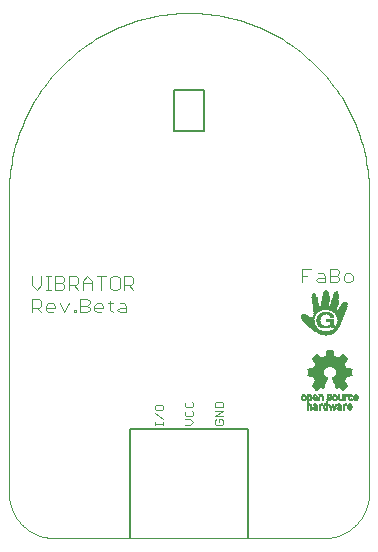
<source format=gto>
G75*
%MOIN*%
%OFA0B0*%
%FSLAX25Y25*%
%IPPOS*%
%LPD*%
%AMOC8*
5,1,8,0,0,1.08239X$1,22.5*
%
%ADD10C,0.00400*%
%ADD11C,0.00500*%
%ADD12C,0.00000*%
%ADD13C,0.00300*%
%ADD14R,0.00770X0.00035*%
%ADD15R,0.01400X0.00035*%
%ADD16R,0.01855X0.00035*%
%ADD17R,0.02170X0.00035*%
%ADD18R,0.02485X0.00035*%
%ADD19R,0.02765X0.00035*%
%ADD20R,0.02975X0.00035*%
%ADD21R,0.03220X0.00035*%
%ADD22R,0.03395X0.00035*%
%ADD23R,0.03605X0.00035*%
%ADD24R,0.03780X0.00035*%
%ADD25R,0.03955X0.00035*%
%ADD26R,0.04130X0.00035*%
%ADD27R,0.04270X0.00035*%
%ADD28R,0.04375X0.00035*%
%ADD29R,0.04550X0.00035*%
%ADD30R,0.04690X0.00035*%
%ADD31R,0.04865X0.00035*%
%ADD32R,0.04970X0.00035*%
%ADD33R,0.05110X0.00035*%
%ADD34R,0.05215X0.00035*%
%ADD35R,0.05355X0.00035*%
%ADD36R,0.05460X0.00035*%
%ADD37R,0.05600X0.00035*%
%ADD38R,0.05705X0.00035*%
%ADD39R,0.05810X0.00035*%
%ADD40R,0.05915X0.00035*%
%ADD41R,0.06055X0.00035*%
%ADD42R,0.06160X0.00035*%
%ADD43R,0.06265X0.00035*%
%ADD44R,0.06335X0.00035*%
%ADD45R,0.06440X0.00035*%
%ADD46R,0.06545X0.00035*%
%ADD47R,0.03080X0.00035*%
%ADD48R,0.02660X0.00035*%
%ADD49R,0.02870X0.00035*%
%ADD50R,0.02415X0.00035*%
%ADD51R,0.02730X0.00035*%
%ADD52R,0.02310X0.00035*%
%ADD53R,0.02695X0.00035*%
%ADD54R,0.02170X0.00035*%
%ADD55R,0.02590X0.00035*%
%ADD56R,0.02100X0.00035*%
%ADD57R,0.02520X0.00035*%
%ADD58R,0.02030X0.00035*%
%ADD59R,0.02450X0.00035*%
%ADD60R,0.01960X0.00035*%
%ADD61R,0.01890X0.00035*%
%ADD62R,0.02380X0.00035*%
%ADD63R,0.01785X0.00035*%
%ADD64R,0.01750X0.00035*%
%ADD65R,0.01715X0.00035*%
%ADD66R,0.02275X0.00035*%
%ADD67R,0.01645X0.00035*%
%ADD68R,0.02240X0.00035*%
%ADD69R,0.01610X0.00035*%
%ADD70R,0.02240X0.00035*%
%ADD71R,0.01575X0.00035*%
%ADD72R,0.01540X0.00035*%
%ADD73R,0.02205X0.00035*%
%ADD74R,0.01505X0.00035*%
%ADD75R,0.01470X0.00035*%
%ADD76R,0.01435X0.00035*%
%ADD77R,0.01365X0.00035*%
%ADD78R,0.01330X0.00035*%
%ADD79R,0.01295X0.00035*%
%ADD80R,0.01295X0.00035*%
%ADD81R,0.01260X0.00035*%
%ADD82R,0.01190X0.00035*%
%ADD83R,0.01225X0.00035*%
%ADD84R,0.00385X0.00035*%
%ADD85R,0.00980X0.00035*%
%ADD86R,0.01155X0.00035*%
%ADD87R,0.01645X0.00035*%
%ADD88R,0.01015X0.00035*%
%ADD89R,0.01050X0.00035*%
%ADD90R,0.02345X0.00035*%
%ADD91R,0.01085X0.00035*%
%ADD92R,0.02905X0.00035*%
%ADD93R,0.03045X0.00035*%
%ADD94R,0.01120X0.00035*%
%ADD95R,0.02345X0.00035*%
%ADD96R,0.03255X0.00035*%
%ADD97R,0.01120X0.00035*%
%ADD98R,0.03500X0.00035*%
%ADD99R,0.02415X0.00035*%
%ADD100R,0.03640X0.00035*%
%ADD101R,0.04900X0.00035*%
%ADD102R,0.04935X0.00035*%
%ADD103R,0.05005X0.00035*%
%ADD104R,0.01680X0.00035*%
%ADD105R,0.02065X0.00035*%
%ADD106R,0.02555X0.00035*%
%ADD107R,0.02590X0.00035*%
%ADD108R,0.02625X0.00035*%
%ADD109R,0.02695X0.00035*%
%ADD110R,0.01470X0.00035*%
%ADD111R,0.02765X0.00035*%
%ADD112R,0.02800X0.00035*%
%ADD113R,0.02835X0.00035*%
%ADD114R,0.01365X0.00035*%
%ADD115R,0.02940X0.00035*%
%ADD116R,0.03010X0.00035*%
%ADD117R,0.03045X0.00035*%
%ADD118R,0.03115X0.00035*%
%ADD119R,0.03150X0.00035*%
%ADD120R,0.03185X0.00035*%
%ADD121R,0.03220X0.00035*%
%ADD122R,0.01190X0.00035*%
%ADD123R,0.03290X0.00035*%
%ADD124R,0.03325X0.00035*%
%ADD125R,0.03360X0.00035*%
%ADD126R,0.03430X0.00035*%
%ADD127R,0.03465X0.00035*%
%ADD128R,0.03535X0.00035*%
%ADD129R,0.03570X0.00035*%
%ADD130R,0.03675X0.00035*%
%ADD131R,0.03710X0.00035*%
%ADD132R,0.03745X0.00035*%
%ADD133R,0.03815X0.00035*%
%ADD134R,0.03850X0.00035*%
%ADD135R,0.03885X0.00035*%
%ADD136R,0.03920X0.00035*%
%ADD137R,0.03990X0.00035*%
%ADD138R,0.04025X0.00035*%
%ADD139R,0.02870X0.00035*%
%ADD140R,0.04095X0.00035*%
%ADD141R,0.04165X0.00035*%
%ADD142R,0.04200X0.00035*%
%ADD143R,0.04235X0.00035*%
%ADD144R,0.04270X0.00035*%
%ADD145R,0.01820X0.00035*%
%ADD146R,0.04305X0.00035*%
%ADD147R,0.04340X0.00035*%
%ADD148R,0.01925X0.00035*%
%ADD149R,0.04410X0.00035*%
%ADD150R,0.00945X0.00035*%
%ADD151R,0.00875X0.00035*%
%ADD152R,0.00840X0.00035*%
%ADD153R,0.02135X0.00035*%
%ADD154R,0.00805X0.00035*%
%ADD155R,0.00735X0.00035*%
%ADD156R,0.01995X0.00035*%
%ADD157R,0.02520X0.00035*%
%ADD158R,0.01540X0.00035*%
%ADD159R,0.00770X0.00035*%
%ADD160R,0.00665X0.00035*%
%ADD161R,0.00420X0.00035*%
%ADD162R,0.00910X0.00035*%
%ADD163R,0.04060X0.00035*%
%ADD164R,0.01015X0.00035*%
%ADD165R,0.03115X0.00035*%
%ADD166R,0.03395X0.00035*%
%ADD167R,0.03745X0.00035*%
%ADD168R,0.04340X0.00035*%
%ADD169R,0.04480X0.00035*%
%ADD170R,0.02065X0.00035*%
%ADD171R,0.04515X0.00035*%
%ADD172R,0.04585X0.00035*%
%ADD173R,0.04760X0.00035*%
%ADD174R,0.04830X0.00035*%
%ADD175R,0.07805X0.00035*%
%ADD176R,0.07840X0.00035*%
%ADD177R,0.07875X0.00035*%
%ADD178R,0.07910X0.00035*%
%ADD179R,0.07945X0.00035*%
%ADD180R,0.07980X0.00035*%
%ADD181R,0.08015X0.00035*%
%ADD182R,0.08050X0.00035*%
%ADD183R,0.05635X0.00035*%
%ADD184R,0.01995X0.00035*%
%ADD185R,0.01890X0.00035*%
%ADD186R,0.01715X0.00035*%
%ADD187R,0.00945X0.00035*%
%ADD188R,0.00560X0.00035*%
%ADD189R,0.01820X0.00035*%
%ADD190R,0.00700X0.00035*%
%ADD191R,0.00630X0.00035*%
%ADD192R,0.00525X0.00035*%
%ADD193R,0.00175X0.00035*%
%ADD194R,0.00595X0.00035*%
%ADD195R,0.00490X0.00035*%
%ADD196R,0.00210X0.00035*%
%ADD197R,0.00490X0.00035*%
%ADD198R,0.00315X0.00035*%
%ADD199R,0.00520X0.00040*%
%ADD200R,0.00520X0.00040*%
%ADD201R,0.00760X0.00040*%
%ADD202R,0.00640X0.00040*%
%ADD203R,0.00440X0.00040*%
%ADD204R,0.00480X0.00040*%
%ADD205R,0.00520X0.00040*%
%ADD206R,0.00520X0.00040*%
%ADD207R,0.01400X0.00040*%
%ADD208R,0.00800X0.00040*%
%ADD209R,0.00480X0.00040*%
%ADD210R,0.00960X0.00040*%
%ADD211R,0.01440X0.00040*%
%ADD212R,0.01080X0.00040*%
%ADD213R,0.01520X0.00040*%
%ADD214R,0.01440X0.00040*%
%ADD215R,0.00560X0.00040*%
%ADD216R,0.01480X0.00040*%
%ADD217R,0.01200X0.00040*%
%ADD218R,0.01560X0.00040*%
%ADD219R,0.01320X0.00040*%
%ADD220R,0.01560X0.00040*%
%ADD221R,0.01520X0.00040*%
%ADD222R,0.00600X0.00040*%
%ADD223R,0.00560X0.00040*%
%ADD224R,0.01400X0.00040*%
%ADD225R,0.01600X0.00040*%
%ADD226R,0.00600X0.00040*%
%ADD227R,0.00640X0.00040*%
%ADD228R,0.01640X0.00040*%
%ADD229R,0.00680X0.00040*%
%ADD230R,0.01680X0.00040*%
%ADD231R,0.01680X0.00040*%
%ADD232R,0.01640X0.00040*%
%ADD233R,0.00720X0.00040*%
%ADD234R,0.01480X0.00040*%
%ADD235R,0.00760X0.00040*%
%ADD236R,0.00720X0.00040*%
%ADD237R,0.00640X0.00040*%
%ADD238R,0.00360X0.00040*%
%ADD239R,0.00240X0.00040*%
%ADD240R,0.00160X0.00040*%
%ADD241R,0.00840X0.00040*%
%ADD242R,0.00080X0.00040*%
%ADD243R,0.00880X0.00040*%
%ADD244R,0.00920X0.00040*%
%ADD245R,0.00960X0.00040*%
%ADD246R,0.01640X0.00040*%
%ADD247R,0.01760X0.00040*%
%ADD248R,0.00440X0.00040*%
%ADD249R,0.01000X0.00040*%
%ADD250R,0.01760X0.00040*%
%ADD251R,0.00440X0.00040*%
%ADD252R,0.01320X0.00040*%
%ADD253R,0.01200X0.00040*%
%ADD254R,0.00920X0.00040*%
%ADD255R,0.00840X0.00040*%
%ADD256R,0.00800X0.00040*%
%ADD257R,0.00080X0.00040*%
%ADD258R,0.00120X0.00040*%
%ADD259R,0.00240X0.00040*%
%ADD260R,0.00720X0.00040*%
%ADD261R,0.00200X0.00040*%
%ADD262R,0.00400X0.00040*%
%ADD263R,0.01240X0.00040*%
%ADD264R,0.01640X0.00040*%
%ADD265R,0.01440X0.00040*%
%ADD266R,0.01280X0.00040*%
%ADD267R,0.01520X0.00040*%
%ADD268R,0.01280X0.00040*%
%ADD269R,0.01520X0.00040*%
%ADD270R,0.01360X0.00040*%
%ADD271R,0.01440X0.00040*%
%ADD272R,0.01240X0.00040*%
%ADD273R,0.01120X0.00040*%
%ADD274R,0.01240X0.00040*%
%ADD275R,0.01040X0.00040*%
%ADD276R,0.00840X0.00040*%
%ADD277R,0.00440X0.00040*%
%ADD278R,0.00400X0.00040*%
%ADD279R,0.00320X0.00040*%
%ADD280R,0.00920X0.00040*%
%ADD281R,0.01040X0.00040*%
%ADD282R,0.01000X0.00040*%
%ADD283R,0.01080X0.00040*%
%ADD284R,0.01160X0.00040*%
%ADD285R,0.01040X0.00040*%
%ADD286R,0.01160X0.00040*%
%ADD287R,0.01600X0.00040*%
%ADD288R,0.01720X0.00040*%
%ADD289R,0.01720X0.00040*%
%ADD290R,0.00640X0.00040*%
%ADD291R,0.00680X0.00040*%
%ADD292R,0.00360X0.00040*%
%ADD293R,0.00280X0.00040*%
%ADD294R,0.00120X0.00040*%
%ADD295R,0.00040X0.00040*%
%ADD296R,0.00040X0.00040*%
%ADD297R,0.01320X0.00040*%
%ADD298R,0.00280X0.00040*%
%ADD299R,0.00320X0.00040*%
%ADD300R,0.01320X0.00040*%
%ADD301R,0.01120X0.00040*%
%ADD302R,0.01120X0.00040*%
%ADD303R,0.01800X0.00040*%
%ADD304R,0.01920X0.00040*%
%ADD305R,0.01920X0.00040*%
%ADD306R,0.02000X0.00040*%
%ADD307R,0.02120X0.00040*%
%ADD308R,0.02200X0.00040*%
%ADD309R,0.02320X0.00040*%
%ADD310R,0.02400X0.00040*%
%ADD311R,0.02520X0.00040*%
%ADD312R,0.02600X0.00040*%
%ADD313R,0.00880X0.00040*%
%ADD314R,0.03680X0.00040*%
%ADD315R,0.03720X0.00040*%
%ADD316R,0.03800X0.00040*%
%ADD317R,0.03840X0.00040*%
%ADD318R,0.03840X0.00040*%
%ADD319R,0.03920X0.00040*%
%ADD320R,0.03960X0.00040*%
%ADD321R,0.04000X0.00040*%
%ADD322R,0.04080X0.00040*%
%ADD323R,0.04120X0.00040*%
%ADD324R,0.04160X0.00040*%
%ADD325R,0.04200X0.00040*%
%ADD326R,0.04200X0.00040*%
%ADD327R,0.04160X0.00040*%
%ADD328R,0.04120X0.00040*%
%ADD329R,0.04080X0.00040*%
%ADD330R,0.04040X0.00040*%
%ADD331R,0.04040X0.00040*%
%ADD332R,0.04040X0.00040*%
%ADD333R,0.04040X0.00040*%
%ADD334R,0.03960X0.00040*%
%ADD335R,0.03920X0.00040*%
%ADD336R,0.03920X0.00040*%
%ADD337R,0.03880X0.00040*%
%ADD338R,0.03920X0.00040*%
%ADD339R,0.03880X0.00040*%
%ADD340R,0.03800X0.00040*%
%ADD341R,0.04240X0.00040*%
%ADD342R,0.04240X0.00040*%
%ADD343R,0.04280X0.00040*%
%ADD344R,0.04360X0.00040*%
%ADD345R,0.04400X0.00040*%
%ADD346R,0.04440X0.00040*%
%ADD347R,0.04520X0.00040*%
%ADD348R,0.04520X0.00040*%
%ADD349R,0.04520X0.00040*%
%ADD350R,0.04520X0.00040*%
%ADD351R,0.04480X0.00040*%
%ADD352R,0.04440X0.00040*%
%ADD353R,0.04400X0.00040*%
%ADD354R,0.04360X0.00040*%
%ADD355R,0.04320X0.00040*%
%ADD356R,0.04240X0.00040*%
%ADD357R,0.04320X0.00040*%
%ADD358R,0.04320X0.00040*%
%ADD359R,0.04560X0.00040*%
%ADD360R,0.04720X0.00040*%
%ADD361R,0.04920X0.00040*%
%ADD362R,0.04920X0.00040*%
%ADD363R,0.05080X0.00040*%
%ADD364R,0.05240X0.00040*%
%ADD365R,0.05240X0.00040*%
%ADD366R,0.05480X0.00040*%
%ADD367R,0.05640X0.00040*%
%ADD368R,0.05640X0.00040*%
%ADD369R,0.05680X0.00040*%
%ADD370R,0.05640X0.00040*%
%ADD371R,0.05600X0.00040*%
%ADD372R,0.05600X0.00040*%
%ADD373R,0.05560X0.00040*%
%ADD374R,0.05520X0.00040*%
%ADD375R,0.05520X0.00040*%
%ADD376R,0.05480X0.00040*%
%ADD377R,0.05440X0.00040*%
%ADD378R,0.05440X0.00040*%
%ADD379R,0.05560X0.00040*%
%ADD380R,0.05680X0.00040*%
%ADD381R,0.05440X0.00040*%
%ADD382R,0.05280X0.00040*%
%ADD383R,0.04920X0.00040*%
%ADD384R,0.04600X0.00040*%
%ADD385R,0.04840X0.00040*%
%ADD386R,0.10440X0.00040*%
%ADD387R,0.10360X0.00040*%
%ADD388R,0.10360X0.00040*%
%ADD389R,0.10280X0.00040*%
%ADD390R,0.10200X0.00040*%
%ADD391R,0.10200X0.00040*%
%ADD392R,0.10120X0.00040*%
%ADD393R,0.10040X0.00040*%
%ADD394R,0.10040X0.00040*%
%ADD395R,0.09960X0.00040*%
%ADD396R,0.09880X0.00040*%
%ADD397R,0.09880X0.00040*%
%ADD398R,0.09800X0.00040*%
%ADD399R,0.09720X0.00040*%
%ADD400R,0.09720X0.00040*%
%ADD401R,0.10280X0.00040*%
%ADD402R,0.10520X0.00040*%
%ADD403R,0.10520X0.00040*%
%ADD404R,0.10600X0.00040*%
%ADD405R,0.10680X0.00040*%
%ADD406R,0.10760X0.00040*%
%ADD407R,0.10840X0.00040*%
%ADD408R,0.10920X0.00040*%
%ADD409R,0.11000X0.00040*%
%ADD410R,0.11080X0.00040*%
%ADD411R,0.11080X0.00040*%
%ADD412R,0.11160X0.00040*%
%ADD413R,0.11240X0.00040*%
%ADD414R,0.11320X0.00040*%
%ADD415R,0.11400X0.00040*%
%ADD416R,0.11400X0.00040*%
%ADD417R,0.11480X0.00040*%
%ADD418R,0.11560X0.00040*%
%ADD419R,0.11640X0.00040*%
%ADD420R,0.11640X0.00040*%
%ADD421R,0.11720X0.00040*%
%ADD422R,0.11800X0.00040*%
%ADD423R,0.11880X0.00040*%
%ADD424R,0.11880X0.00040*%
%ADD425R,0.11960X0.00040*%
%ADD426R,0.11720X0.00040*%
%ADD427R,0.11320X0.00040*%
%ADD428R,0.02760X0.00040*%
%ADD429R,0.05400X0.00040*%
%ADD430R,0.02640X0.00040*%
%ADD431R,0.05160X0.00040*%
%ADD432R,0.02560X0.00040*%
%ADD433R,0.05000X0.00040*%
%ADD434R,0.02440X0.00040*%
%ADD435R,0.04760X0.00040*%
%ADD436R,0.02440X0.00040*%
%ADD437R,0.02360X0.00040*%
%ADD438R,0.04600X0.00040*%
%ADD439R,0.02280X0.00040*%
%ADD440R,0.02240X0.00040*%
%ADD441R,0.02160X0.00040*%
%ADD442R,0.02080X0.00040*%
%ADD443R,0.01960X0.00040*%
%ADD444R,0.01880X0.00040*%
%ADD445R,0.03640X0.00040*%
%ADD446R,0.03400X0.00040*%
%ADD447R,0.03240X0.00040*%
%ADD448R,0.03000X0.00040*%
%ADD449R,0.02920X0.00040*%
%ADD450R,0.01360X0.00040*%
%ADD451R,0.02840X0.00040*%
%ADD452R,0.02840X0.00040*%
%ADD453R,0.02760X0.00040*%
%ADD454R,0.02680X0.00040*%
%ADD455R,0.02680X0.00040*%
%ADD456R,0.02600X0.00040*%
%ADD457R,0.02520X0.00040*%
%ADD458R,0.02520X0.00040*%
%ADD459R,0.02440X0.00040*%
%ADD460R,0.02360X0.00040*%
%ADD461R,0.02280X0.00040*%
%ADD462R,0.02200X0.00040*%
%ADD463R,0.02120X0.00040*%
D10*
X0009200Y0076700D02*
X0009200Y0081304D01*
X0011502Y0081304D01*
X0012269Y0080537D01*
X0012269Y0079002D01*
X0011502Y0078235D01*
X0009200Y0078235D01*
X0010735Y0078235D02*
X0012269Y0076700D01*
X0013804Y0077467D02*
X0013804Y0079002D01*
X0014571Y0079769D01*
X0016106Y0079769D01*
X0016873Y0079002D01*
X0016873Y0078235D01*
X0013804Y0078235D01*
X0013804Y0077467D02*
X0014571Y0076700D01*
X0016106Y0076700D01*
X0018408Y0079769D02*
X0019942Y0076700D01*
X0021477Y0079769D01*
X0023012Y0077467D02*
X0023779Y0077467D01*
X0023779Y0076700D01*
X0023012Y0076700D01*
X0023012Y0077467D01*
X0025314Y0076700D02*
X0025314Y0081304D01*
X0027616Y0081304D01*
X0028383Y0080537D01*
X0028383Y0079769D01*
X0027616Y0079002D01*
X0025314Y0079002D01*
X0025314Y0076700D02*
X0027616Y0076700D01*
X0028383Y0077467D01*
X0028383Y0078235D01*
X0027616Y0079002D01*
X0029918Y0079002D02*
X0029918Y0077467D01*
X0030685Y0076700D01*
X0032220Y0076700D01*
X0032987Y0078235D02*
X0032987Y0079002D01*
X0032220Y0079769D01*
X0030685Y0079769D01*
X0029918Y0079002D01*
X0029918Y0078235D02*
X0032987Y0078235D01*
X0034522Y0079769D02*
X0036056Y0079769D01*
X0035289Y0080537D02*
X0035289Y0077467D01*
X0036056Y0076700D01*
X0037591Y0077467D02*
X0038358Y0078235D01*
X0040660Y0078235D01*
X0040660Y0079002D02*
X0040660Y0076700D01*
X0038358Y0076700D01*
X0037591Y0077467D01*
X0038358Y0079769D02*
X0039893Y0079769D01*
X0040660Y0079002D01*
X0039893Y0084200D02*
X0039893Y0088804D01*
X0042195Y0088804D01*
X0042962Y0088037D01*
X0042962Y0086502D01*
X0042195Y0085735D01*
X0039893Y0085735D01*
X0038358Y0084967D02*
X0038358Y0088037D01*
X0037591Y0088804D01*
X0036056Y0088804D01*
X0035289Y0088037D01*
X0035289Y0084967D01*
X0036056Y0084200D01*
X0037591Y0084200D01*
X0038358Y0084967D01*
X0041427Y0085735D02*
X0042962Y0084200D01*
X0033754Y0088804D02*
X0030685Y0088804D01*
X0032220Y0088804D02*
X0032220Y0084200D01*
X0029150Y0084200D02*
X0029150Y0087269D01*
X0027616Y0088804D01*
X0026081Y0087269D01*
X0026081Y0084200D01*
X0024546Y0084200D02*
X0023012Y0085735D01*
X0023779Y0085735D02*
X0021477Y0085735D01*
X0021477Y0084200D02*
X0021477Y0088804D01*
X0023779Y0088804D01*
X0024546Y0088037D01*
X0024546Y0086502D01*
X0023779Y0085735D01*
X0026081Y0086502D02*
X0029150Y0086502D01*
X0019942Y0087269D02*
X0019175Y0086502D01*
X0016873Y0086502D01*
X0016873Y0084200D02*
X0016873Y0088804D01*
X0019175Y0088804D01*
X0019942Y0088037D01*
X0019942Y0087269D01*
X0019175Y0086502D02*
X0019942Y0085735D01*
X0019942Y0084967D01*
X0019175Y0084200D01*
X0016873Y0084200D01*
X0015339Y0084200D02*
X0013804Y0084200D01*
X0014571Y0084200D02*
X0014571Y0088804D01*
X0013804Y0088804D02*
X0015339Y0088804D01*
X0012269Y0088804D02*
X0012269Y0085735D01*
X0010735Y0084200D01*
X0009200Y0085735D01*
X0009200Y0088804D01*
X0099200Y0089002D02*
X0100735Y0089002D01*
X0099200Y0091304D02*
X0102269Y0091304D01*
X0104571Y0089769D02*
X0106106Y0089769D01*
X0106873Y0089002D01*
X0106873Y0086700D01*
X0104571Y0086700D01*
X0103804Y0087467D01*
X0104571Y0088235D01*
X0106873Y0088235D01*
X0108408Y0089002D02*
X0110710Y0089002D01*
X0111477Y0088235D01*
X0111477Y0087467D01*
X0110710Y0086700D01*
X0108408Y0086700D01*
X0108408Y0091304D01*
X0110710Y0091304D01*
X0111477Y0090537D01*
X0111477Y0089769D01*
X0110710Y0089002D01*
X0113012Y0089002D02*
X0113012Y0087467D01*
X0113779Y0086700D01*
X0115314Y0086700D01*
X0116081Y0087467D01*
X0116081Y0089002D01*
X0115314Y0089769D01*
X0113779Y0089769D01*
X0113012Y0089002D01*
X0099200Y0086700D02*
X0099200Y0091304D01*
D11*
X0066437Y0137063D02*
X0066437Y0150843D01*
X0056594Y0150843D01*
X0056594Y0137063D01*
X0066437Y0137063D01*
X0081185Y0037750D02*
X0041815Y0037750D01*
X0041815Y0001500D01*
X0081185Y0001500D02*
X0081185Y0037750D01*
D12*
X0001500Y0016500D02*
X0001500Y0116500D01*
X0001518Y0117961D01*
X0001571Y0119421D01*
X0001660Y0120880D01*
X0001784Y0122336D01*
X0001944Y0123788D01*
X0002139Y0125236D01*
X0002370Y0126679D01*
X0002635Y0128116D01*
X0002935Y0129546D01*
X0003270Y0130968D01*
X0003640Y0132382D01*
X0004044Y0133786D01*
X0004482Y0135180D01*
X0004954Y0136563D01*
X0005459Y0137934D01*
X0005998Y0139292D01*
X0006569Y0140637D01*
X0007173Y0141967D01*
X0007809Y0143283D01*
X0008477Y0144582D01*
X0009177Y0145865D01*
X0009908Y0147130D01*
X0010669Y0148378D01*
X0011460Y0149606D01*
X0012281Y0150815D01*
X0013131Y0152003D01*
X0014010Y0153170D01*
X0014917Y0154316D01*
X0015852Y0155439D01*
X0016814Y0156539D01*
X0017802Y0157615D01*
X0018816Y0158667D01*
X0019856Y0159694D01*
X0020920Y0160695D01*
X0022008Y0161671D01*
X0023120Y0162619D01*
X0024254Y0163540D01*
X0025411Y0164433D01*
X0026588Y0165297D01*
X0027787Y0166133D01*
X0029006Y0166939D01*
X0030244Y0167716D01*
X0031500Y0168462D01*
X0032774Y0169177D01*
X0034065Y0169861D01*
X0035373Y0170513D01*
X0036696Y0171133D01*
X0038034Y0171721D01*
X0039385Y0172276D01*
X0040750Y0172798D01*
X0042127Y0173286D01*
X0043516Y0173741D01*
X0044915Y0174162D01*
X0046324Y0174549D01*
X0047742Y0174901D01*
X0049168Y0175219D01*
X0050602Y0175502D01*
X0052042Y0175750D01*
X0053487Y0175963D01*
X0054938Y0176140D01*
X0056392Y0176282D01*
X0057849Y0176389D01*
X0059309Y0176460D01*
X0060769Y0176496D01*
X0062231Y0176496D01*
X0063691Y0176460D01*
X0065151Y0176389D01*
X0066608Y0176282D01*
X0068062Y0176140D01*
X0069513Y0175963D01*
X0070958Y0175750D01*
X0072398Y0175502D01*
X0073832Y0175219D01*
X0075258Y0174901D01*
X0076676Y0174549D01*
X0078085Y0174162D01*
X0079484Y0173741D01*
X0080873Y0173286D01*
X0082250Y0172798D01*
X0083615Y0172276D01*
X0084966Y0171721D01*
X0086304Y0171133D01*
X0087627Y0170513D01*
X0088935Y0169861D01*
X0090226Y0169177D01*
X0091500Y0168462D01*
X0092756Y0167716D01*
X0093994Y0166939D01*
X0095213Y0166133D01*
X0096412Y0165297D01*
X0097589Y0164433D01*
X0098746Y0163540D01*
X0099880Y0162619D01*
X0100992Y0161671D01*
X0102080Y0160695D01*
X0103144Y0159694D01*
X0104184Y0158667D01*
X0105198Y0157615D01*
X0106186Y0156539D01*
X0107148Y0155439D01*
X0108083Y0154316D01*
X0108990Y0153170D01*
X0109869Y0152003D01*
X0110719Y0150815D01*
X0111540Y0149606D01*
X0112331Y0148378D01*
X0113092Y0147130D01*
X0113823Y0145865D01*
X0114523Y0144582D01*
X0115191Y0143283D01*
X0115827Y0141967D01*
X0116431Y0140637D01*
X0117002Y0139292D01*
X0117541Y0137934D01*
X0118046Y0136563D01*
X0118518Y0135180D01*
X0118956Y0133786D01*
X0119360Y0132382D01*
X0119730Y0130968D01*
X0120065Y0129546D01*
X0120365Y0128116D01*
X0120630Y0126679D01*
X0120861Y0125236D01*
X0121056Y0123788D01*
X0121216Y0122336D01*
X0121340Y0120880D01*
X0121429Y0119421D01*
X0121482Y0117961D01*
X0121500Y0116500D01*
X0121500Y0016500D01*
X0121496Y0016138D01*
X0121482Y0015775D01*
X0121461Y0015413D01*
X0121430Y0015052D01*
X0121391Y0014692D01*
X0121343Y0014333D01*
X0121286Y0013975D01*
X0121221Y0013618D01*
X0121147Y0013263D01*
X0121064Y0012910D01*
X0120973Y0012559D01*
X0120874Y0012211D01*
X0120766Y0011865D01*
X0120650Y0011521D01*
X0120525Y0011181D01*
X0120393Y0010844D01*
X0120252Y0010510D01*
X0120103Y0010179D01*
X0119946Y0009852D01*
X0119782Y0009529D01*
X0119610Y0009210D01*
X0119430Y0008896D01*
X0119242Y0008585D01*
X0119047Y0008280D01*
X0118845Y0007979D01*
X0118635Y0007683D01*
X0118419Y0007393D01*
X0118195Y0007107D01*
X0117965Y0006827D01*
X0117728Y0006553D01*
X0117484Y0006285D01*
X0117234Y0006022D01*
X0116978Y0005766D01*
X0116715Y0005516D01*
X0116447Y0005272D01*
X0116173Y0005035D01*
X0115893Y0004805D01*
X0115607Y0004581D01*
X0115317Y0004365D01*
X0115021Y0004155D01*
X0114720Y0003953D01*
X0114415Y0003758D01*
X0114104Y0003570D01*
X0113790Y0003390D01*
X0113471Y0003218D01*
X0113148Y0003054D01*
X0112821Y0002897D01*
X0112490Y0002748D01*
X0112156Y0002607D01*
X0111819Y0002475D01*
X0111479Y0002350D01*
X0111135Y0002234D01*
X0110789Y0002126D01*
X0110441Y0002027D01*
X0110090Y0001936D01*
X0109737Y0001853D01*
X0109382Y0001779D01*
X0109025Y0001714D01*
X0108667Y0001657D01*
X0108308Y0001609D01*
X0107948Y0001570D01*
X0107587Y0001539D01*
X0107225Y0001518D01*
X0106862Y0001504D01*
X0106500Y0001500D01*
X0016500Y0001500D01*
X0016138Y0001504D01*
X0015775Y0001518D01*
X0015413Y0001539D01*
X0015052Y0001570D01*
X0014692Y0001609D01*
X0014333Y0001657D01*
X0013975Y0001714D01*
X0013618Y0001779D01*
X0013263Y0001853D01*
X0012910Y0001936D01*
X0012559Y0002027D01*
X0012211Y0002126D01*
X0011865Y0002234D01*
X0011521Y0002350D01*
X0011181Y0002475D01*
X0010844Y0002607D01*
X0010510Y0002748D01*
X0010179Y0002897D01*
X0009852Y0003054D01*
X0009529Y0003218D01*
X0009210Y0003390D01*
X0008896Y0003570D01*
X0008585Y0003758D01*
X0008280Y0003953D01*
X0007979Y0004155D01*
X0007683Y0004365D01*
X0007393Y0004581D01*
X0007107Y0004805D01*
X0006827Y0005035D01*
X0006553Y0005272D01*
X0006285Y0005516D01*
X0006022Y0005766D01*
X0005766Y0006022D01*
X0005516Y0006285D01*
X0005272Y0006553D01*
X0005035Y0006827D01*
X0004805Y0007107D01*
X0004581Y0007393D01*
X0004365Y0007683D01*
X0004155Y0007979D01*
X0003953Y0008280D01*
X0003758Y0008585D01*
X0003570Y0008896D01*
X0003390Y0009210D01*
X0003218Y0009529D01*
X0003054Y0009852D01*
X0002897Y0010179D01*
X0002748Y0010510D01*
X0002607Y0010844D01*
X0002475Y0011181D01*
X0002350Y0011521D01*
X0002234Y0011865D01*
X0002126Y0012211D01*
X0002027Y0012559D01*
X0001936Y0012910D01*
X0001853Y0013263D01*
X0001779Y0013618D01*
X0001714Y0013975D01*
X0001657Y0014333D01*
X0001609Y0014692D01*
X0001570Y0015052D01*
X0001539Y0015413D01*
X0001518Y0015775D01*
X0001504Y0016138D01*
X0001500Y0016500D01*
D13*
X0050048Y0039150D02*
X0050048Y0040117D01*
X0050048Y0039634D02*
X0052950Y0039634D01*
X0052950Y0040117D02*
X0052950Y0039150D01*
X0052950Y0041114D02*
X0050048Y0043049D01*
X0050531Y0044061D02*
X0050048Y0044545D01*
X0050048Y0045512D01*
X0050531Y0045996D01*
X0052466Y0045996D01*
X0052950Y0045512D01*
X0052950Y0044545D01*
X0052466Y0044061D01*
X0050531Y0044061D01*
X0060048Y0043548D02*
X0060048Y0042580D01*
X0060531Y0042097D01*
X0062466Y0042097D01*
X0062950Y0042580D01*
X0062950Y0043548D01*
X0062466Y0044031D01*
X0062466Y0045043D02*
X0060531Y0045043D01*
X0060048Y0045527D01*
X0060048Y0046494D01*
X0060531Y0046978D01*
X0062466Y0046978D02*
X0062950Y0046494D01*
X0062950Y0045527D01*
X0062466Y0045043D01*
X0060531Y0044031D02*
X0060048Y0043548D01*
X0060048Y0041085D02*
X0061983Y0041085D01*
X0062950Y0040117D01*
X0061983Y0039150D01*
X0060048Y0039150D01*
X0070048Y0039634D02*
X0070531Y0039150D01*
X0072466Y0039150D01*
X0072950Y0039634D01*
X0072950Y0040601D01*
X0072466Y0041085D01*
X0071499Y0041085D01*
X0071499Y0040117D01*
X0070531Y0041085D02*
X0070048Y0040601D01*
X0070048Y0039634D01*
X0070048Y0042097D02*
X0072950Y0044031D01*
X0070048Y0044031D01*
X0070048Y0045043D02*
X0070048Y0046494D01*
X0070531Y0046978D01*
X0072466Y0046978D01*
X0072950Y0046494D01*
X0072950Y0045043D01*
X0070048Y0045043D01*
X0070048Y0042097D02*
X0072950Y0042097D01*
D14*
X0103077Y0075125D03*
X0103112Y0075160D03*
X0103112Y0075195D03*
X0103148Y0075230D03*
X0103287Y0075545D03*
X0103323Y0075615D03*
X0103148Y0082580D03*
X0110673Y0083350D03*
X0107277Y0069000D03*
D15*
X0107277Y0069035D03*
X0110217Y0070890D03*
X0110252Y0070925D03*
X0110287Y0070960D03*
X0109202Y0072430D03*
X0111687Y0073655D03*
X0111687Y0073690D03*
X0111687Y0073725D03*
X0111723Y0073760D03*
X0111723Y0073795D03*
X0108817Y0075825D03*
X0105212Y0075475D03*
X0105177Y0075440D03*
X0105108Y0075335D03*
X0105073Y0075300D03*
X0105037Y0075230D03*
X0105002Y0075195D03*
X0104967Y0075125D03*
X0103777Y0076560D03*
X0099962Y0075650D03*
X0105037Y0072465D03*
X0105073Y0072430D03*
X0103252Y0081985D03*
X0107277Y0083315D03*
X0110602Y0082860D03*
D16*
X0110515Y0082265D03*
X0110515Y0082230D03*
X0107260Y0082755D03*
X0107260Y0082790D03*
X0103410Y0081110D03*
X0103410Y0081075D03*
X0103410Y0081040D03*
X0104005Y0076910D03*
X0106035Y0076000D03*
X0105720Y0071975D03*
X0108975Y0072115D03*
X0109640Y0070435D03*
X0107260Y0069070D03*
X0111845Y0074635D03*
X0111845Y0074670D03*
X0100015Y0075405D03*
D17*
X0104127Y0077085D03*
X0103777Y0079150D03*
X0103673Y0079570D03*
X0103673Y0079605D03*
X0105948Y0071940D03*
X0103498Y0071030D03*
X0107277Y0069105D03*
X0111862Y0075125D03*
X0109762Y0077260D03*
D18*
X0111845Y0075510D03*
X0112755Y0077820D03*
X0112755Y0077855D03*
X0112790Y0077890D03*
X0107085Y0080935D03*
X0107085Y0080970D03*
X0107085Y0081005D03*
X0107085Y0081040D03*
X0107085Y0081075D03*
X0104285Y0077225D03*
X0102500Y0072010D03*
X0102535Y0071975D03*
X0106910Y0071555D03*
X0107260Y0069140D03*
D19*
X0107260Y0069175D03*
X0108520Y0071940D03*
X0111810Y0075790D03*
X0106945Y0079395D03*
X0106945Y0079430D03*
X0106945Y0079465D03*
X0106945Y0079500D03*
X0106945Y0079535D03*
X0106945Y0079570D03*
X0102185Y0072395D03*
X0100365Y0074880D03*
D20*
X0104495Y0077400D03*
X0106910Y0078695D03*
X0106910Y0078730D03*
X0106910Y0078765D03*
X0106910Y0078800D03*
X0107260Y0069210D03*
D21*
X0107242Y0069245D03*
X0111757Y0076175D03*
D22*
X0106910Y0071730D03*
X0107225Y0069280D03*
X0101625Y0073235D03*
D23*
X0101485Y0073480D03*
X0107225Y0069315D03*
X0111670Y0076455D03*
D24*
X0111617Y0076595D03*
X0107207Y0069350D03*
X0101362Y0073760D03*
D25*
X0101275Y0074005D03*
X0101275Y0074040D03*
X0107225Y0069385D03*
X0111565Y0076700D03*
D26*
X0107242Y0076035D03*
X0107207Y0069420D03*
X0101223Y0074250D03*
X0101223Y0074285D03*
X0101223Y0074320D03*
D27*
X0107207Y0069455D03*
D28*
X0107190Y0069490D03*
X0111460Y0076945D03*
X0101170Y0074775D03*
D29*
X0107173Y0069525D03*
D30*
X0107172Y0069560D03*
X0111372Y0077085D03*
D31*
X0107155Y0069595D03*
D32*
X0107137Y0069630D03*
D33*
X0107137Y0069665D03*
D34*
X0107120Y0069700D03*
D35*
X0107120Y0069735D03*
D36*
X0107102Y0069770D03*
D37*
X0107102Y0069805D03*
X0108117Y0078205D03*
X0108117Y0078240D03*
X0108152Y0078345D03*
D38*
X0107085Y0069840D03*
D39*
X0107067Y0069875D03*
D40*
X0107050Y0069910D03*
D41*
X0107050Y0069945D03*
D42*
X0107032Y0069980D03*
D43*
X0107015Y0070015D03*
D44*
X0107015Y0070050D03*
D45*
X0106997Y0070085D03*
D46*
X0106980Y0070120D03*
D47*
X0105177Y0070155D03*
X0101852Y0072850D03*
X0106927Y0078485D03*
X0111757Y0076070D03*
D48*
X0111827Y0075685D03*
X0112492Y0077400D03*
X0112527Y0077435D03*
X0109482Y0077435D03*
X0106997Y0079990D03*
X0106997Y0080025D03*
X0106997Y0080060D03*
X0106997Y0080095D03*
X0106997Y0080130D03*
X0106997Y0080165D03*
X0102237Y0072325D03*
X0102272Y0072290D03*
X0100312Y0074915D03*
X0108957Y0070155D03*
D49*
X0105037Y0070190D03*
X0102062Y0072570D03*
X0102027Y0072605D03*
X0106927Y0079010D03*
X0106927Y0079045D03*
X0106927Y0079080D03*
X0106927Y0079115D03*
X0106927Y0079150D03*
D50*
X0107120Y0081285D03*
X0107120Y0081320D03*
X0107120Y0081355D03*
X0107120Y0081390D03*
X0107120Y0081425D03*
X0109885Y0078870D03*
X0109815Y0078625D03*
X0109815Y0078590D03*
X0109780Y0078520D03*
X0109780Y0078485D03*
X0109745Y0078380D03*
X0109605Y0077365D03*
X0112860Y0078065D03*
X0112895Y0078135D03*
X0109115Y0070190D03*
X0102710Y0071765D03*
X0102640Y0071835D03*
X0100190Y0075055D03*
D51*
X0104407Y0077330D03*
X0106962Y0079605D03*
X0106962Y0079640D03*
X0106962Y0079675D03*
X0106962Y0079710D03*
X0106962Y0079745D03*
X0112423Y0077295D03*
X0111827Y0075755D03*
X0104898Y0070225D03*
D52*
X0104267Y0070505D03*
X0104197Y0070540D03*
X0102902Y0071555D03*
X0100137Y0075125D03*
X0103987Y0078450D03*
X0103987Y0078485D03*
X0103952Y0078520D03*
X0103952Y0078555D03*
X0104197Y0077155D03*
X0107172Y0081740D03*
X0107172Y0081775D03*
X0107172Y0081810D03*
X0107172Y0081845D03*
X0110287Y0080830D03*
X0110287Y0080795D03*
X0110287Y0080760D03*
X0110287Y0080725D03*
X0110252Y0080655D03*
X0110252Y0080620D03*
X0110252Y0080585D03*
X0110252Y0080550D03*
X0110217Y0080445D03*
X0110217Y0080410D03*
X0110217Y0080375D03*
X0113052Y0078520D03*
X0113017Y0078450D03*
X0111862Y0075300D03*
X0109202Y0070225D03*
D53*
X0106910Y0071590D03*
X0104810Y0070260D03*
X0112440Y0077330D03*
X0112475Y0077365D03*
D54*
X0113157Y0078800D03*
X0113157Y0078835D03*
X0110392Y0081390D03*
X0110392Y0081425D03*
X0110392Y0081460D03*
X0110392Y0081495D03*
X0107207Y0082090D03*
X0107207Y0082125D03*
X0107207Y0082160D03*
X0107207Y0082195D03*
X0103707Y0079465D03*
X0103707Y0079430D03*
X0103707Y0079395D03*
X0103742Y0079325D03*
X0103742Y0079290D03*
X0109307Y0070260D03*
D55*
X0104722Y0070295D03*
X0102377Y0072150D03*
X0102342Y0072185D03*
X0100277Y0074950D03*
X0107032Y0080375D03*
X0107032Y0080410D03*
X0107032Y0080445D03*
X0107032Y0080480D03*
X0107032Y0080515D03*
X0112597Y0077540D03*
D56*
X0113192Y0078940D03*
X0111862Y0075020D03*
X0109377Y0070295D03*
X0103602Y0079885D03*
X0103602Y0079920D03*
X0103602Y0079955D03*
X0103602Y0079990D03*
X0103567Y0080025D03*
X0103567Y0080060D03*
X0103567Y0080095D03*
X0103567Y0080130D03*
X0107242Y0082335D03*
X0110427Y0081705D03*
X0110427Y0081670D03*
X0110427Y0081635D03*
X0100067Y0075265D03*
D57*
X0100242Y0074985D03*
X0102482Y0072045D03*
X0104617Y0070330D03*
X0107067Y0080760D03*
X0107067Y0080795D03*
X0107067Y0080830D03*
X0107067Y0080865D03*
X0107067Y0080900D03*
X0112667Y0077680D03*
D58*
X0113227Y0079045D03*
X0110462Y0081845D03*
X0110462Y0081880D03*
X0110462Y0081915D03*
X0107242Y0082440D03*
X0107242Y0082475D03*
X0107242Y0082510D03*
X0103498Y0080515D03*
X0103498Y0080480D03*
X0103498Y0080445D03*
X0103532Y0080375D03*
X0103532Y0080340D03*
X0103532Y0080305D03*
X0107312Y0076455D03*
X0109448Y0070330D03*
X0111862Y0074880D03*
X0111862Y0074915D03*
X0111862Y0074950D03*
X0100067Y0075300D03*
D59*
X0100208Y0075020D03*
X0102552Y0071940D03*
X0102587Y0071905D03*
X0102623Y0071870D03*
X0104477Y0070400D03*
X0104548Y0070365D03*
X0109762Y0078415D03*
X0109762Y0078450D03*
X0112808Y0077960D03*
X0112808Y0077925D03*
X0112842Y0077995D03*
X0112842Y0078030D03*
X0112877Y0078100D03*
X0111862Y0075475D03*
X0111862Y0075440D03*
X0107102Y0081110D03*
X0107102Y0081145D03*
X0107102Y0081180D03*
X0107102Y0081215D03*
X0107102Y0081250D03*
D60*
X0107242Y0082580D03*
X0110497Y0082125D03*
X0110497Y0082090D03*
X0110497Y0082055D03*
X0113262Y0079150D03*
X0111862Y0074845D03*
X0111862Y0074810D03*
X0108922Y0072080D03*
X0109517Y0070365D03*
X0106927Y0071485D03*
X0104057Y0076980D03*
X0103462Y0080655D03*
X0103462Y0080690D03*
X0103462Y0080725D03*
X0103462Y0080760D03*
X0100032Y0075370D03*
D61*
X0109587Y0070400D03*
X0111862Y0074705D03*
X0111862Y0074740D03*
D62*
X0111862Y0075370D03*
X0111862Y0075405D03*
X0112912Y0078170D03*
X0112912Y0078205D03*
X0112948Y0078240D03*
X0112948Y0078275D03*
X0112982Y0078345D03*
X0109937Y0079045D03*
X0109937Y0079080D03*
X0109937Y0079115D03*
X0109973Y0079185D03*
X0109973Y0079220D03*
X0109973Y0079255D03*
X0110007Y0079360D03*
X0110007Y0079395D03*
X0110042Y0079535D03*
X0110042Y0079570D03*
X0110077Y0079710D03*
X0110112Y0079885D03*
X0109902Y0079010D03*
X0109902Y0078975D03*
X0109902Y0078940D03*
X0109902Y0078905D03*
X0109867Y0078835D03*
X0109867Y0078800D03*
X0109867Y0078765D03*
X0109832Y0078695D03*
X0109832Y0078660D03*
X0109798Y0078555D03*
X0107312Y0076420D03*
X0104232Y0077190D03*
X0104057Y0078240D03*
X0104057Y0078275D03*
X0104023Y0078345D03*
X0107137Y0081460D03*
X0107137Y0081495D03*
X0107137Y0081530D03*
X0107137Y0081565D03*
X0108712Y0071975D03*
X0104407Y0070435D03*
X0104337Y0070470D03*
X0102762Y0071730D03*
D63*
X0105650Y0072010D03*
X0109010Y0072150D03*
X0109710Y0070470D03*
X0111845Y0074530D03*
X0111845Y0074565D03*
X0113315Y0079325D03*
X0110550Y0082370D03*
X0110550Y0082405D03*
X0103375Y0081285D03*
X0103375Y0081250D03*
X0103375Y0081215D03*
D64*
X0103358Y0081320D03*
X0103358Y0081355D03*
X0103358Y0081390D03*
X0103952Y0076840D03*
X0099998Y0075475D03*
X0107277Y0082895D03*
X0107277Y0082930D03*
X0107277Y0082965D03*
X0110567Y0082440D03*
X0113333Y0079395D03*
X0113333Y0079360D03*
X0111827Y0074495D03*
X0111827Y0074460D03*
X0111827Y0074425D03*
X0109762Y0070505D03*
X0108467Y0076000D03*
D65*
X0105930Y0075965D03*
X0103935Y0076805D03*
X0103340Y0081425D03*
X0103340Y0081460D03*
X0103340Y0081495D03*
X0099980Y0075510D03*
X0109045Y0072185D03*
X0109815Y0070540D03*
D66*
X0111880Y0075265D03*
X0113035Y0078485D03*
X0113070Y0078555D03*
X0113070Y0078590D03*
X0110270Y0080690D03*
X0110305Y0080865D03*
X0110305Y0080900D03*
X0110305Y0080935D03*
X0110305Y0080970D03*
X0110340Y0081110D03*
X0107190Y0081880D03*
X0107190Y0081915D03*
X0107190Y0081950D03*
X0103865Y0078835D03*
X0103900Y0078730D03*
X0103900Y0078695D03*
X0103935Y0078660D03*
X0103935Y0078625D03*
X0103935Y0078590D03*
X0102955Y0071520D03*
X0102990Y0071485D03*
X0103025Y0071450D03*
X0103060Y0071415D03*
X0103095Y0071380D03*
X0103130Y0071345D03*
X0104145Y0070575D03*
D67*
X0105475Y0072080D03*
X0105825Y0075930D03*
X0108590Y0075965D03*
X0111810Y0074320D03*
X0111810Y0074285D03*
X0111810Y0074250D03*
X0109885Y0070610D03*
X0109850Y0070575D03*
X0113350Y0079465D03*
X0110585Y0082580D03*
D68*
X0110357Y0081215D03*
X0110357Y0081180D03*
X0110357Y0081145D03*
X0110322Y0081075D03*
X0110322Y0081040D03*
X0110322Y0081005D03*
X0107207Y0081985D03*
X0103847Y0078905D03*
X0103847Y0078870D03*
X0103882Y0078800D03*
X0103882Y0078765D03*
X0103182Y0071310D03*
X0103217Y0071275D03*
X0103252Y0071240D03*
X0103917Y0070715D03*
X0104022Y0070645D03*
X0104092Y0070610D03*
X0106927Y0071520D03*
X0109727Y0077295D03*
X0113122Y0078730D03*
D69*
X0113367Y0079500D03*
X0110567Y0082615D03*
X0107277Y0083070D03*
X0107277Y0083105D03*
X0103287Y0081705D03*
X0103287Y0081670D03*
X0103882Y0076735D03*
X0105772Y0075895D03*
X0109097Y0072255D03*
X0109937Y0070645D03*
X0111792Y0074180D03*
X0111792Y0074215D03*
D70*
X0111862Y0075195D03*
X0111862Y0075230D03*
X0113087Y0078625D03*
X0113087Y0078660D03*
X0104162Y0077120D03*
X0103812Y0079010D03*
X0100137Y0075160D03*
X0103287Y0071205D03*
X0103987Y0070680D03*
D71*
X0105405Y0072115D03*
X0105685Y0075860D03*
X0103865Y0076700D03*
X0107295Y0083140D03*
X0110585Y0082685D03*
X0110585Y0082650D03*
X0113385Y0079535D03*
X0111775Y0074145D03*
X0111775Y0074110D03*
X0111775Y0074075D03*
X0109990Y0070680D03*
X0109115Y0072290D03*
X0108660Y0075930D03*
D72*
X0105632Y0075825D03*
X0103847Y0076665D03*
X0105352Y0072150D03*
X0110042Y0070715D03*
X0111757Y0074005D03*
X0111757Y0074040D03*
X0110602Y0082720D03*
X0107277Y0083175D03*
D73*
X0107190Y0082055D03*
X0107190Y0082020D03*
X0110375Y0081355D03*
X0110375Y0081320D03*
X0110375Y0081285D03*
X0110375Y0081250D03*
X0113140Y0078765D03*
X0113105Y0078695D03*
X0111880Y0075160D03*
X0108800Y0072010D03*
X0103865Y0070750D03*
X0103830Y0070785D03*
X0103760Y0070820D03*
X0103725Y0070855D03*
X0103690Y0070890D03*
X0103620Y0070925D03*
X0103585Y0070960D03*
X0103550Y0070995D03*
X0103445Y0071065D03*
X0103410Y0071100D03*
X0103375Y0071135D03*
X0103340Y0071170D03*
X0100120Y0075195D03*
X0103830Y0078940D03*
X0103830Y0078975D03*
X0103795Y0079045D03*
X0103795Y0079080D03*
X0103795Y0079115D03*
X0103760Y0079185D03*
X0103760Y0079220D03*
X0103760Y0079255D03*
X0103725Y0079360D03*
D74*
X0103270Y0081810D03*
X0103270Y0081845D03*
X0103270Y0081880D03*
X0107295Y0083210D03*
X0110585Y0082755D03*
X0113385Y0079570D03*
X0108730Y0075895D03*
X0105580Y0075790D03*
X0105545Y0075755D03*
X0105475Y0075720D03*
X0103830Y0076630D03*
X0105265Y0072220D03*
X0105300Y0072185D03*
X0109150Y0072325D03*
X0110060Y0070750D03*
D75*
X0110112Y0070785D03*
X0110148Y0070820D03*
X0105423Y0075685D03*
X0105387Y0075650D03*
X0105352Y0075615D03*
X0099962Y0075615D03*
X0103252Y0081915D03*
X0107277Y0083245D03*
X0110602Y0082790D03*
D76*
X0110620Y0082825D03*
X0113420Y0079605D03*
X0111740Y0073865D03*
X0111740Y0073830D03*
X0109185Y0072395D03*
X0110200Y0070855D03*
X0108800Y0075860D03*
X0105265Y0075510D03*
X0105160Y0075405D03*
X0105125Y0075370D03*
X0103795Y0076595D03*
X0105090Y0072395D03*
X0105125Y0072360D03*
X0105160Y0072325D03*
X0105195Y0072290D03*
X0105230Y0072255D03*
X0103235Y0081950D03*
X0107295Y0083280D03*
D77*
X0110620Y0082895D03*
X0113420Y0079640D03*
X0111670Y0073620D03*
X0111670Y0073585D03*
X0109220Y0072500D03*
X0109220Y0072465D03*
X0110340Y0070995D03*
X0108870Y0075790D03*
X0105055Y0075265D03*
X0104985Y0075160D03*
X0104915Y0075055D03*
X0104915Y0075020D03*
X0104880Y0074985D03*
X0104880Y0074950D03*
X0104845Y0074915D03*
X0104845Y0074880D03*
X0104810Y0074845D03*
X0104810Y0074810D03*
X0104810Y0074775D03*
X0104740Y0074600D03*
X0104705Y0074460D03*
X0104880Y0072710D03*
X0104915Y0072640D03*
X0104985Y0072535D03*
X0105020Y0072500D03*
X0103760Y0076525D03*
X0103235Y0082020D03*
X0103235Y0082055D03*
D78*
X0103217Y0082090D03*
X0103217Y0082125D03*
X0107277Y0083350D03*
X0103742Y0076490D03*
X0104757Y0074670D03*
X0104757Y0074635D03*
X0104723Y0074565D03*
X0104723Y0074530D03*
X0104723Y0074495D03*
X0104687Y0074425D03*
X0104687Y0074390D03*
X0104687Y0074355D03*
X0104687Y0074320D03*
X0104652Y0074250D03*
X0104652Y0074215D03*
X0104652Y0074180D03*
X0104652Y0074145D03*
X0104652Y0074110D03*
X0104652Y0074075D03*
X0104652Y0074040D03*
X0104652Y0074005D03*
X0104652Y0073585D03*
X0104652Y0073550D03*
X0104652Y0073515D03*
X0104687Y0073305D03*
X0104687Y0073270D03*
X0104723Y0073130D03*
X0104723Y0073095D03*
X0104757Y0073025D03*
X0104757Y0072990D03*
X0104792Y0072920D03*
X0104792Y0072885D03*
X0104827Y0072850D03*
X0104827Y0072815D03*
X0104862Y0072780D03*
X0104862Y0072745D03*
X0104898Y0072675D03*
X0108923Y0075755D03*
X0108957Y0075720D03*
X0108992Y0075685D03*
X0109237Y0072535D03*
X0110427Y0071100D03*
X0110392Y0071065D03*
X0110357Y0071030D03*
X0111652Y0073515D03*
X0111652Y0073550D03*
X0113437Y0079675D03*
X0099962Y0075685D03*
D79*
X0104670Y0074285D03*
X0104670Y0073480D03*
X0104670Y0073445D03*
X0104670Y0073410D03*
X0104670Y0073375D03*
X0104670Y0073340D03*
X0104705Y0073235D03*
X0104705Y0073200D03*
X0104705Y0073165D03*
X0109045Y0075615D03*
X0109255Y0072605D03*
X0109255Y0072570D03*
X0110480Y0071170D03*
X0110445Y0071135D03*
X0110620Y0082930D03*
X0110620Y0082965D03*
X0107295Y0083385D03*
D80*
X0103725Y0076455D03*
X0103690Y0076420D03*
X0104635Y0073970D03*
X0104635Y0073935D03*
X0104635Y0073900D03*
X0104635Y0073865D03*
X0104635Y0073830D03*
X0104635Y0073795D03*
X0104635Y0073760D03*
X0104635Y0073725D03*
X0104635Y0073690D03*
X0104635Y0073655D03*
X0104635Y0073620D03*
X0104740Y0073060D03*
X0104775Y0072955D03*
X0109010Y0075650D03*
X0111635Y0073480D03*
X0111635Y0073445D03*
X0111635Y0073410D03*
X0110515Y0071205D03*
D81*
X0110532Y0071240D03*
X0110567Y0071275D03*
X0109272Y0072640D03*
X0109272Y0072675D03*
X0111582Y0073270D03*
X0111582Y0073305D03*
X0111617Y0073340D03*
X0111617Y0073375D03*
X0109097Y0075545D03*
X0109062Y0075580D03*
X0103672Y0076385D03*
X0103217Y0082160D03*
X0107277Y0083420D03*
X0110637Y0083000D03*
X0113437Y0079710D03*
D82*
X0109202Y0075335D03*
X0109272Y0075125D03*
X0109272Y0075090D03*
X0109272Y0075055D03*
X0109272Y0075020D03*
X0109272Y0074985D03*
X0109272Y0074950D03*
X0109307Y0073025D03*
X0109307Y0072990D03*
X0109307Y0072955D03*
X0109307Y0072920D03*
X0109307Y0072885D03*
X0109307Y0072850D03*
X0109307Y0072815D03*
X0110707Y0071450D03*
X0110672Y0071415D03*
X0110742Y0071485D03*
X0110602Y0071310D03*
X0111477Y0072955D03*
X0111547Y0073130D03*
X0111547Y0073165D03*
X0107277Y0083455D03*
D83*
X0103200Y0082230D03*
X0103200Y0082195D03*
X0103655Y0076350D03*
X0099945Y0075720D03*
X0109115Y0075510D03*
X0109150Y0075475D03*
X0109150Y0075440D03*
X0109185Y0075405D03*
X0109185Y0075370D03*
X0109220Y0075300D03*
X0109255Y0075160D03*
X0109290Y0074915D03*
X0111565Y0073235D03*
X0111565Y0073200D03*
X0111530Y0073095D03*
X0110655Y0071380D03*
X0110620Y0071345D03*
X0109290Y0072710D03*
X0109290Y0072745D03*
X0109290Y0072780D03*
D84*
X0106945Y0071380D03*
X0103130Y0082720D03*
X0110690Y0083490D03*
D85*
X0103182Y0082440D03*
X0103532Y0076070D03*
X0103498Y0076035D03*
X0102902Y0074915D03*
X0109412Y0071415D03*
X0109412Y0071380D03*
D86*
X0109325Y0071800D03*
X0109325Y0073060D03*
X0109325Y0073095D03*
X0109325Y0073130D03*
X0109325Y0073165D03*
X0109325Y0073200D03*
X0109325Y0073235D03*
X0109325Y0073270D03*
X0109325Y0073305D03*
X0109325Y0073340D03*
X0109325Y0073375D03*
X0109325Y0073410D03*
X0109325Y0073445D03*
X0109325Y0073480D03*
X0109325Y0073515D03*
X0109325Y0073550D03*
X0109325Y0073585D03*
X0109325Y0073620D03*
X0109325Y0073655D03*
X0111460Y0072920D03*
X0111460Y0072885D03*
X0111460Y0072850D03*
X0111425Y0072815D03*
X0111425Y0072780D03*
X0111390Y0072710D03*
X0111495Y0072990D03*
X0110830Y0071625D03*
X0110795Y0071590D03*
X0110795Y0071555D03*
X0110760Y0071520D03*
X0106945Y0071415D03*
X0103620Y0076280D03*
X0103200Y0082265D03*
X0107295Y0083490D03*
X0113455Y0079745D03*
D87*
X0107330Y0076490D03*
X0106945Y0071450D03*
X0103305Y0081600D03*
X0103305Y0081635D03*
X0099980Y0075545D03*
D88*
X0099945Y0075790D03*
X0103165Y0082405D03*
X0107295Y0083595D03*
X0110655Y0083210D03*
X0110655Y0083175D03*
X0109395Y0071450D03*
D89*
X0109377Y0071485D03*
X0109377Y0071520D03*
X0109377Y0071555D03*
X0113473Y0079780D03*
X0107277Y0083560D03*
X0103183Y0082370D03*
X0103567Y0076140D03*
D90*
X0104040Y0078310D03*
X0102815Y0071660D03*
X0102850Y0071625D03*
X0102885Y0071590D03*
X0109675Y0077330D03*
X0109990Y0079290D03*
X0109990Y0079325D03*
X0110025Y0079430D03*
X0110025Y0079465D03*
X0110025Y0079500D03*
X0110060Y0079605D03*
X0110060Y0079640D03*
X0110060Y0079675D03*
X0110165Y0080060D03*
X0110165Y0080095D03*
X0110165Y0080130D03*
X0110165Y0080165D03*
X0110165Y0080200D03*
X0110200Y0080235D03*
X0110200Y0080270D03*
X0110200Y0080305D03*
X0110200Y0080340D03*
X0110235Y0080480D03*
X0110235Y0080515D03*
X0113000Y0078415D03*
X0113000Y0078380D03*
X0112965Y0078310D03*
D91*
X0110655Y0083140D03*
X0103585Y0076210D03*
X0103585Y0076175D03*
X0109360Y0071660D03*
X0109360Y0071625D03*
X0109360Y0071590D03*
X0110935Y0071800D03*
X0111005Y0071905D03*
X0111040Y0071975D03*
X0111075Y0072045D03*
X0111110Y0072080D03*
X0111110Y0072115D03*
X0111145Y0072150D03*
X0111145Y0072185D03*
X0111180Y0072220D03*
X0111180Y0072255D03*
X0111215Y0072290D03*
X0111215Y0072325D03*
X0111250Y0072360D03*
X0111250Y0072395D03*
X0111285Y0072465D03*
X0111320Y0072535D03*
D92*
X0108450Y0073690D03*
X0108450Y0073725D03*
X0108450Y0073760D03*
X0108450Y0073795D03*
X0108450Y0073830D03*
X0108450Y0073865D03*
X0108450Y0073900D03*
X0108450Y0073935D03*
X0108450Y0073970D03*
X0108450Y0074005D03*
X0108450Y0074040D03*
X0108450Y0074075D03*
X0108450Y0074110D03*
X0108450Y0074145D03*
X0106910Y0071625D03*
X0102010Y0072640D03*
X0101975Y0072675D03*
X0106910Y0078975D03*
X0111810Y0075930D03*
X0111810Y0075895D03*
D93*
X0111775Y0076035D03*
X0106910Y0078520D03*
X0106910Y0078555D03*
X0106910Y0078590D03*
X0106910Y0078625D03*
X0106910Y0071660D03*
D94*
X0107348Y0076525D03*
X0103602Y0076245D03*
X0099927Y0075755D03*
X0107277Y0083525D03*
X0110637Y0083105D03*
X0111373Y0072675D03*
X0111373Y0072640D03*
X0111337Y0072605D03*
X0111337Y0072570D03*
X0111302Y0072500D03*
X0111023Y0071940D03*
X0110987Y0071870D03*
X0110952Y0071835D03*
X0110848Y0071660D03*
D95*
X0111880Y0075335D03*
X0109955Y0079150D03*
X0110095Y0079745D03*
X0110095Y0079780D03*
X0110095Y0079815D03*
X0110095Y0079850D03*
X0110130Y0079920D03*
X0110130Y0079955D03*
X0110130Y0079990D03*
X0110130Y0080025D03*
X0107155Y0081600D03*
X0107155Y0081635D03*
X0107155Y0081670D03*
X0107155Y0081705D03*
X0104005Y0078415D03*
X0104005Y0078380D03*
X0100155Y0075090D03*
X0102780Y0071695D03*
D96*
X0101730Y0073060D03*
X0101695Y0073095D03*
X0106910Y0071695D03*
X0111740Y0076210D03*
D97*
X0111407Y0072745D03*
X0111267Y0072430D03*
X0111057Y0072010D03*
X0110917Y0071765D03*
X0110882Y0071730D03*
X0110882Y0071695D03*
X0109342Y0071695D03*
X0109342Y0071730D03*
X0109342Y0071765D03*
X0102832Y0074880D03*
X0103182Y0082300D03*
X0103182Y0082335D03*
D98*
X0101537Y0073375D03*
X0106892Y0071765D03*
X0111687Y0076385D03*
D99*
X0109850Y0078730D03*
X0104075Y0078205D03*
X0102675Y0071800D03*
D100*
X0101467Y0073515D03*
X0101467Y0073550D03*
X0101432Y0073585D03*
X0106892Y0071800D03*
X0111652Y0076490D03*
D101*
X0107452Y0071835D03*
D102*
X0107435Y0071870D03*
X0111285Y0077190D03*
D103*
X0111250Y0077225D03*
X0107400Y0071905D03*
D104*
X0109062Y0072220D03*
X0105562Y0072045D03*
X0103917Y0076770D03*
X0103323Y0081530D03*
X0103323Y0081565D03*
X0107277Y0083000D03*
X0107277Y0083035D03*
X0110567Y0082545D03*
X0110567Y0082510D03*
X0111827Y0074390D03*
X0111827Y0074355D03*
D105*
X0111880Y0074985D03*
X0113210Y0078975D03*
X0113210Y0079010D03*
X0110445Y0081740D03*
X0110445Y0081775D03*
X0110445Y0081810D03*
X0108870Y0072045D03*
D106*
X0111845Y0075580D03*
X0112615Y0077575D03*
X0112650Y0077610D03*
X0112650Y0077645D03*
X0107050Y0080550D03*
X0107050Y0080585D03*
X0107050Y0080620D03*
X0107050Y0080655D03*
X0107050Y0080690D03*
X0107050Y0080725D03*
X0104320Y0077260D03*
X0102430Y0072080D03*
D107*
X0102412Y0072115D03*
X0112562Y0077505D03*
D108*
X0112545Y0077470D03*
X0111845Y0075650D03*
X0111845Y0075615D03*
X0107295Y0076385D03*
X0104355Y0077295D03*
X0107015Y0080200D03*
X0107015Y0080235D03*
X0107015Y0080270D03*
X0107015Y0080305D03*
X0107015Y0080340D03*
X0102290Y0072255D03*
X0102325Y0072220D03*
D109*
X0102220Y0072360D03*
X0106980Y0079780D03*
X0106980Y0079815D03*
X0106980Y0079850D03*
X0106980Y0079885D03*
X0106980Y0079920D03*
X0106980Y0079955D03*
X0111845Y0075720D03*
D110*
X0111757Y0073970D03*
X0111757Y0073935D03*
X0111757Y0073900D03*
X0109167Y0072360D03*
X0105317Y0075580D03*
X0105282Y0075545D03*
D111*
X0102150Y0072430D03*
D112*
X0102133Y0072465D03*
X0102098Y0072500D03*
X0106927Y0079360D03*
X0112387Y0077260D03*
X0111827Y0075825D03*
D113*
X0111810Y0075860D03*
X0109395Y0077470D03*
X0107295Y0076350D03*
X0106945Y0079185D03*
X0106945Y0079220D03*
X0106945Y0079255D03*
X0106945Y0079290D03*
X0106945Y0079325D03*
X0104460Y0077365D03*
X0102080Y0072535D03*
D114*
X0104950Y0072570D03*
X0104950Y0072605D03*
X0104775Y0074705D03*
X0104775Y0074740D03*
X0104950Y0075090D03*
D115*
X0101957Y0072710D03*
X0106927Y0078835D03*
X0106927Y0078870D03*
X0106927Y0078905D03*
X0106927Y0078940D03*
X0111792Y0075965D03*
D116*
X0111792Y0076000D03*
X0109307Y0077505D03*
X0106927Y0078660D03*
X0101922Y0072745D03*
D117*
X0101905Y0072780D03*
X0101870Y0072815D03*
X0107295Y0076315D03*
D118*
X0106910Y0078380D03*
X0106910Y0078415D03*
X0106910Y0078450D03*
X0104565Y0077435D03*
X0101835Y0072885D03*
D119*
X0101817Y0072920D03*
X0101783Y0072955D03*
X0111758Y0076140D03*
D120*
X0101765Y0072990D03*
D121*
X0101748Y0073025D03*
X0107277Y0076280D03*
D122*
X0109237Y0075265D03*
X0109237Y0075230D03*
X0109237Y0075195D03*
X0111512Y0073060D03*
X0111512Y0073025D03*
X0110637Y0083035D03*
X0110637Y0083070D03*
X0103637Y0076315D03*
D123*
X0104652Y0077470D03*
X0101677Y0073130D03*
X0111722Y0076245D03*
D124*
X0101660Y0073165D03*
D125*
X0101642Y0073200D03*
X0107277Y0076245D03*
X0109132Y0077540D03*
X0111722Y0076280D03*
D126*
X0101607Y0073270D03*
X0101573Y0073305D03*
D127*
X0101555Y0073340D03*
X0104740Y0077505D03*
X0111705Y0076350D03*
D128*
X0111670Y0076420D03*
X0107260Y0076210D03*
X0101520Y0073410D03*
D129*
X0101502Y0073445D03*
D130*
X0101415Y0073620D03*
X0107260Y0076175D03*
D131*
X0111652Y0076525D03*
X0101397Y0073655D03*
D132*
X0101380Y0073690D03*
X0101380Y0073725D03*
X0104880Y0077540D03*
D133*
X0107260Y0076140D03*
X0101345Y0073830D03*
X0101345Y0073795D03*
D134*
X0101327Y0073865D03*
X0111617Y0076630D03*
D135*
X0111600Y0076665D03*
X0101310Y0073900D03*
D136*
X0101292Y0073935D03*
X0101292Y0073970D03*
X0107242Y0076105D03*
D137*
X0101257Y0074110D03*
X0101257Y0074075D03*
D138*
X0101240Y0074145D03*
X0101240Y0074180D03*
X0111565Y0076735D03*
D139*
X0108467Y0074180D03*
D140*
X0101240Y0074215D03*
D141*
X0101205Y0074355D03*
X0101205Y0074390D03*
X0111530Y0076805D03*
D142*
X0111512Y0076840D03*
X0101187Y0074460D03*
X0101187Y0074425D03*
D143*
X0101205Y0074495D03*
X0111495Y0076875D03*
D144*
X0101187Y0074600D03*
X0101187Y0074565D03*
X0101187Y0074530D03*
D145*
X0099998Y0075440D03*
X0103987Y0076875D03*
X0107277Y0082825D03*
X0107277Y0082860D03*
X0113298Y0079290D03*
X0111827Y0074600D03*
D146*
X0101170Y0074635D03*
D147*
X0101187Y0074670D03*
X0101187Y0074705D03*
X0101187Y0074740D03*
D148*
X0104040Y0076945D03*
X0103445Y0080795D03*
X0103445Y0080830D03*
X0103445Y0080865D03*
X0107260Y0082615D03*
X0107260Y0082650D03*
X0107260Y0082685D03*
X0110515Y0082195D03*
X0110515Y0082160D03*
X0113280Y0079220D03*
X0113280Y0079185D03*
X0111845Y0074775D03*
D149*
X0101187Y0074810D03*
X0101187Y0074845D03*
D150*
X0102955Y0074950D03*
X0103480Y0075965D03*
X0103480Y0076000D03*
X0107295Y0083630D03*
X0110655Y0083245D03*
D151*
X0110655Y0083280D03*
X0107295Y0083665D03*
X0103165Y0082510D03*
X0103445Y0075895D03*
X0103445Y0075860D03*
X0103410Y0075825D03*
X0102990Y0074985D03*
D152*
X0103007Y0075020D03*
X0103042Y0075055D03*
X0103392Y0075790D03*
X0099927Y0075825D03*
X0103147Y0082545D03*
D153*
X0103620Y0079850D03*
X0103620Y0079815D03*
X0103620Y0079780D03*
X0103655Y0079745D03*
X0103655Y0079710D03*
X0103655Y0079675D03*
X0103655Y0079640D03*
X0103690Y0079535D03*
X0103690Y0079500D03*
X0104110Y0077050D03*
X0100085Y0075230D03*
X0107225Y0082230D03*
X0107225Y0082265D03*
X0107225Y0082300D03*
X0110410Y0081600D03*
X0110410Y0081565D03*
X0110410Y0081530D03*
X0113175Y0078905D03*
X0113175Y0078870D03*
X0111880Y0075090D03*
X0111880Y0075055D03*
D154*
X0110655Y0083315D03*
X0107295Y0083700D03*
X0103375Y0075755D03*
X0103375Y0075720D03*
X0103340Y0075650D03*
X0103060Y0075090D03*
D155*
X0103165Y0075265D03*
X0103165Y0075300D03*
X0103200Y0075335D03*
X0103200Y0075370D03*
X0103235Y0075405D03*
X0103235Y0075440D03*
X0103270Y0075475D03*
X0103270Y0075510D03*
X0103305Y0075580D03*
X0107295Y0083735D03*
D156*
X0107260Y0082545D03*
X0103515Y0080410D03*
X0100050Y0075335D03*
D157*
X0109552Y0077400D03*
X0111862Y0075545D03*
X0112702Y0077715D03*
X0112702Y0077750D03*
X0112737Y0077785D03*
D158*
X0103287Y0081740D03*
X0103287Y0081775D03*
X0099962Y0075580D03*
D159*
X0103357Y0075685D03*
X0113507Y0079850D03*
D160*
X0110690Y0083385D03*
X0107295Y0083770D03*
X0099945Y0075860D03*
D161*
X0099927Y0075895D03*
D162*
X0103462Y0075930D03*
D163*
X0107242Y0076070D03*
X0111547Y0076770D03*
D164*
X0103550Y0076105D03*
D165*
X0111775Y0076105D03*
D166*
X0111705Y0076315D03*
D167*
X0111635Y0076560D03*
D168*
X0111477Y0076910D03*
D169*
X0111442Y0076980D03*
D170*
X0107225Y0082370D03*
X0107225Y0082405D03*
X0103550Y0080270D03*
X0103550Y0080235D03*
X0103550Y0080200D03*
X0103550Y0080165D03*
X0104075Y0077015D03*
D171*
X0111425Y0077015D03*
D172*
X0111390Y0077050D03*
D173*
X0111337Y0077120D03*
D174*
X0111302Y0077155D03*
D175*
X0106910Y0077575D03*
X0106910Y0077610D03*
D176*
X0106892Y0077645D03*
X0106892Y0077680D03*
X0106892Y0077715D03*
X0106892Y0077750D03*
D177*
X0106910Y0077785D03*
D178*
X0106892Y0077820D03*
X0106892Y0077855D03*
X0106892Y0077890D03*
X0106892Y0077925D03*
D179*
X0106910Y0077960D03*
D180*
X0106892Y0077995D03*
X0106892Y0078030D03*
X0106892Y0078065D03*
X0106892Y0078100D03*
D181*
X0106910Y0078135D03*
D182*
X0106892Y0078170D03*
D183*
X0108135Y0078275D03*
X0108135Y0078310D03*
D184*
X0110480Y0081950D03*
X0110480Y0081985D03*
X0110480Y0082020D03*
X0113245Y0079115D03*
X0113245Y0079080D03*
X0103480Y0080550D03*
X0103480Y0080585D03*
X0103480Y0080620D03*
D185*
X0103427Y0080900D03*
X0103427Y0080935D03*
X0103427Y0080970D03*
X0103427Y0081005D03*
X0107277Y0082720D03*
X0113297Y0079255D03*
D186*
X0113350Y0079430D03*
X0110550Y0082475D03*
D187*
X0113490Y0079815D03*
X0103165Y0082475D03*
D188*
X0107312Y0083805D03*
X0113542Y0079885D03*
D189*
X0110532Y0082300D03*
X0110532Y0082335D03*
X0103392Y0081180D03*
X0103392Y0081145D03*
D190*
X0103148Y0082615D03*
D191*
X0103148Y0082650D03*
D192*
X0103130Y0082685D03*
D193*
X0103130Y0082755D03*
X0107330Y0083910D03*
D194*
X0110690Y0083420D03*
D195*
X0110672Y0083455D03*
D196*
X0110707Y0083525D03*
D197*
X0107312Y0083840D03*
D198*
X0107330Y0083875D03*
D199*
X0107760Y0048600D03*
X0107760Y0047600D03*
X0107560Y0046800D03*
X0107560Y0046600D03*
X0107560Y0046400D03*
X0107560Y0046200D03*
X0107560Y0046000D03*
X0108200Y0046000D03*
X0108240Y0045800D03*
X0108360Y0045400D03*
X0107560Y0045200D03*
X0107560Y0045000D03*
X0107560Y0044800D03*
X0107560Y0044000D03*
X0106400Y0044800D03*
X0106400Y0045000D03*
X0106400Y0045200D03*
X0105040Y0045200D03*
X0105040Y0045000D03*
X0105040Y0044800D03*
X0105040Y0044600D03*
X0105040Y0044400D03*
X0105040Y0044200D03*
X0105040Y0044000D03*
X0104200Y0044000D03*
X0104200Y0044600D03*
X0104200Y0045400D03*
X0105040Y0046000D03*
X0106160Y0047200D03*
X0106160Y0047400D03*
X0106160Y0047600D03*
X0106160Y0047800D03*
X0106160Y0048000D03*
X0106160Y0048200D03*
X0106160Y0048400D03*
X0105000Y0048400D03*
X0104240Y0048400D03*
X0103040Y0047800D03*
X0101160Y0048000D03*
X0101160Y0048200D03*
X0101160Y0048400D03*
X0100400Y0048400D03*
X0100400Y0048200D03*
X0100400Y0048000D03*
X0100400Y0047800D03*
X0101160Y0047000D03*
X0101160Y0046800D03*
X0101160Y0046600D03*
X0101160Y0046400D03*
X0101160Y0046200D03*
X0101160Y0046000D03*
X0101160Y0045200D03*
X0101160Y0045000D03*
X0101160Y0044800D03*
X0101160Y0044600D03*
X0101160Y0044400D03*
X0101160Y0044200D03*
X0101160Y0044000D03*
X0109400Y0045800D03*
X0110400Y0045400D03*
X0110760Y0047800D03*
X0110800Y0048200D03*
X0110760Y0048400D03*
X0109560Y0048400D03*
X0109560Y0048200D03*
X0109560Y0048000D03*
X0109560Y0047800D03*
X0112200Y0045400D03*
X0112200Y0044600D03*
X0113040Y0044600D03*
X0113040Y0044800D03*
X0113040Y0045000D03*
X0113040Y0045200D03*
X0113040Y0046000D03*
X0113560Y0047200D03*
X0113560Y0047400D03*
X0113560Y0047600D03*
X0113560Y0047800D03*
X0113560Y0048000D03*
X0113560Y0048200D03*
X0113560Y0048400D03*
X0114840Y0048200D03*
X0114840Y0048000D03*
X0116560Y0048400D03*
X0116640Y0048600D03*
X0114440Y0045400D03*
X0114440Y0044600D03*
X0113040Y0044400D03*
X0113040Y0044200D03*
X0113040Y0044000D03*
D200*
X0110480Y0045600D03*
X0110520Y0045800D03*
X0111520Y0048000D03*
X0111520Y0048200D03*
X0111520Y0048400D03*
X0111520Y0048600D03*
X0111520Y0048800D03*
X0111520Y0049000D03*
X0112720Y0049000D03*
X0112720Y0048800D03*
X0112720Y0048600D03*
X0112720Y0048400D03*
X0112720Y0048200D03*
X0112720Y0048000D03*
X0114880Y0047800D03*
X0114880Y0048400D03*
X0108920Y0047800D03*
X0108320Y0045600D03*
X0102320Y0045200D03*
X0102320Y0045000D03*
X0102320Y0044800D03*
X0102320Y0044600D03*
X0102320Y0044400D03*
X0102320Y0044200D03*
X0102320Y0044000D03*
X0102320Y0047800D03*
X0102320Y0048000D03*
X0102320Y0048200D03*
X0102320Y0048400D03*
D201*
X0103520Y0044000D03*
X0111520Y0044000D03*
X0115080Y0044000D03*
D202*
X0115020Y0046000D03*
X0110660Y0047600D03*
X0109380Y0045600D03*
X0106860Y0044000D03*
X0107860Y0048400D03*
X0104020Y0050800D03*
X0103140Y0047600D03*
X0102220Y0047600D03*
X0112940Y0050800D03*
D203*
X0108800Y0044000D03*
X0106200Y0051400D03*
X0099200Y0048200D03*
D204*
X0099220Y0048400D03*
X0099220Y0048000D03*
X0099220Y0047800D03*
X0103020Y0048400D03*
X0104980Y0048200D03*
X0104980Y0048000D03*
X0104980Y0047800D03*
X0104980Y0047600D03*
X0104980Y0047400D03*
X0104980Y0047200D03*
X0103020Y0044600D03*
X0108420Y0045200D03*
X0108500Y0045000D03*
X0109100Y0045000D03*
X0110300Y0045000D03*
X0110340Y0045200D03*
X0111020Y0044600D03*
X0109980Y0044000D03*
X0112220Y0044000D03*
X0110780Y0048000D03*
X0115940Y0047600D03*
X0116580Y0047800D03*
X0117740Y0048400D03*
D205*
X0117600Y0047560D03*
X0116600Y0047720D03*
X0116600Y0047760D03*
X0116560Y0047840D03*
X0116560Y0047880D03*
X0116560Y0048360D03*
X0116600Y0048520D03*
X0114840Y0048360D03*
X0114840Y0048320D03*
X0114840Y0048280D03*
X0114840Y0048240D03*
X0114840Y0048160D03*
X0114840Y0048120D03*
X0114840Y0048080D03*
X0114840Y0048040D03*
X0114840Y0047960D03*
X0114840Y0047920D03*
X0114840Y0047880D03*
X0113560Y0047880D03*
X0113560Y0047920D03*
X0113560Y0047960D03*
X0113560Y0048040D03*
X0113560Y0048080D03*
X0113560Y0048120D03*
X0113560Y0048160D03*
X0113560Y0048240D03*
X0113560Y0048280D03*
X0113560Y0048320D03*
X0113560Y0048360D03*
X0113560Y0048440D03*
X0113560Y0048480D03*
X0113560Y0049080D03*
X0113560Y0049120D03*
X0113560Y0047840D03*
X0113560Y0047760D03*
X0113560Y0047720D03*
X0113560Y0047680D03*
X0113560Y0047640D03*
X0113560Y0047560D03*
X0113560Y0047520D03*
X0113560Y0047480D03*
X0113560Y0047440D03*
X0113560Y0047360D03*
X0113560Y0047320D03*
X0113560Y0047280D03*
X0113560Y0047240D03*
X0113560Y0047160D03*
X0113560Y0047120D03*
X0113040Y0045960D03*
X0113040Y0045920D03*
X0113040Y0045240D03*
X0113040Y0045160D03*
X0113040Y0045120D03*
X0113040Y0045080D03*
X0113040Y0045040D03*
X0113040Y0044960D03*
X0113040Y0044920D03*
X0113040Y0044880D03*
X0113040Y0044840D03*
X0113040Y0044760D03*
X0113040Y0044720D03*
X0113040Y0044680D03*
X0113040Y0044640D03*
X0113040Y0044560D03*
X0113040Y0044520D03*
X0113040Y0044480D03*
X0113040Y0044440D03*
X0113040Y0044360D03*
X0113040Y0044320D03*
X0113040Y0044280D03*
X0113040Y0044240D03*
X0113040Y0044160D03*
X0113040Y0044120D03*
X0113040Y0044080D03*
X0113040Y0044040D03*
X0112200Y0044520D03*
X0112200Y0044560D03*
X0112200Y0044640D03*
X0112200Y0044680D03*
X0112200Y0045240D03*
X0112200Y0045440D03*
X0112200Y0045480D03*
X0111040Y0044720D03*
X0111040Y0044520D03*
X0111040Y0044480D03*
X0110360Y0045240D03*
X0110400Y0045360D03*
X0110440Y0045480D03*
X0110440Y0045520D03*
X0110440Y0045560D03*
X0110560Y0045880D03*
X0110560Y0045920D03*
X0110760Y0047760D03*
X0110760Y0047840D03*
X0110760Y0047880D03*
X0110800Y0048040D03*
X0110800Y0048080D03*
X0110800Y0048120D03*
X0110800Y0048160D03*
X0110760Y0048360D03*
X0110760Y0048440D03*
X0110760Y0048480D03*
X0109600Y0048480D03*
X0109600Y0048520D03*
X0109560Y0048440D03*
X0109560Y0048360D03*
X0109560Y0048320D03*
X0109560Y0048280D03*
X0109560Y0048240D03*
X0109560Y0048160D03*
X0109560Y0048120D03*
X0109560Y0048080D03*
X0109560Y0048040D03*
X0109560Y0047960D03*
X0109560Y0047920D03*
X0109560Y0047880D03*
X0109560Y0047840D03*
X0109600Y0047760D03*
X0109600Y0047720D03*
X0108200Y0045960D03*
X0108240Y0045880D03*
X0108240Y0045840D03*
X0108360Y0045480D03*
X0108360Y0045440D03*
X0108400Y0045320D03*
X0108400Y0045280D03*
X0108440Y0045160D03*
X0107560Y0045160D03*
X0107560Y0045120D03*
X0107560Y0045080D03*
X0107560Y0045040D03*
X0107560Y0044960D03*
X0107560Y0044920D03*
X0107560Y0044880D03*
X0107560Y0044840D03*
X0107560Y0044760D03*
X0107560Y0044720D03*
X0107560Y0044680D03*
X0107560Y0045240D03*
X0107560Y0045280D03*
X0107560Y0045320D03*
X0107560Y0045960D03*
X0107560Y0046040D03*
X0107560Y0046080D03*
X0107560Y0046120D03*
X0107560Y0046160D03*
X0107560Y0046240D03*
X0107560Y0046280D03*
X0107560Y0046320D03*
X0107560Y0046360D03*
X0107560Y0046440D03*
X0107560Y0046480D03*
X0107560Y0046520D03*
X0107560Y0046560D03*
X0107560Y0046640D03*
X0107560Y0046680D03*
X0107560Y0046720D03*
X0107560Y0046760D03*
X0106160Y0047080D03*
X0106160Y0047120D03*
X0106160Y0047160D03*
X0106160Y0047240D03*
X0106160Y0047280D03*
X0106160Y0047320D03*
X0106160Y0047360D03*
X0106160Y0047440D03*
X0106160Y0047480D03*
X0106160Y0047520D03*
X0106160Y0047560D03*
X0106160Y0047640D03*
X0106160Y0047680D03*
X0106160Y0047720D03*
X0106160Y0047760D03*
X0106160Y0047840D03*
X0106160Y0047880D03*
X0106160Y0047920D03*
X0106160Y0047960D03*
X0106160Y0048040D03*
X0106160Y0048080D03*
X0106160Y0048120D03*
X0106160Y0048160D03*
X0106160Y0048240D03*
X0106160Y0048280D03*
X0106160Y0048320D03*
X0106160Y0048360D03*
X0106160Y0048440D03*
X0105000Y0048440D03*
X0105000Y0048480D03*
X0104200Y0048480D03*
X0104200Y0048520D03*
X0104200Y0048440D03*
X0103040Y0048440D03*
X0103040Y0048480D03*
X0103040Y0048360D03*
X0103040Y0047840D03*
X0103040Y0047760D03*
X0103040Y0047720D03*
X0104200Y0045480D03*
X0104200Y0045440D03*
X0104200Y0045360D03*
X0104200Y0045320D03*
X0104200Y0045280D03*
X0104200Y0045240D03*
X0104200Y0044760D03*
X0104200Y0044720D03*
X0104200Y0044680D03*
X0104200Y0044640D03*
X0104200Y0044560D03*
X0104200Y0044520D03*
X0105040Y0044520D03*
X0105040Y0044560D03*
X0105040Y0044640D03*
X0105040Y0044680D03*
X0105040Y0044720D03*
X0105040Y0044760D03*
X0105040Y0044840D03*
X0105040Y0044880D03*
X0105040Y0044920D03*
X0105040Y0044960D03*
X0105040Y0045040D03*
X0105040Y0045080D03*
X0105040Y0045120D03*
X0105040Y0045160D03*
X0105040Y0045240D03*
X0105040Y0045280D03*
X0105040Y0045920D03*
X0105040Y0045960D03*
X0105040Y0044480D03*
X0105040Y0044440D03*
X0105040Y0044360D03*
X0105040Y0044320D03*
X0105040Y0044280D03*
X0105040Y0044240D03*
X0105040Y0044160D03*
X0105040Y0044120D03*
X0105040Y0044080D03*
X0105040Y0044040D03*
X0106400Y0044680D03*
X0106400Y0044720D03*
X0106400Y0044760D03*
X0106400Y0044840D03*
X0106400Y0044880D03*
X0106400Y0044920D03*
X0106400Y0044960D03*
X0106400Y0045040D03*
X0106400Y0045080D03*
X0106400Y0045120D03*
X0106400Y0045160D03*
X0106400Y0045240D03*
X0106400Y0045280D03*
X0106400Y0045320D03*
X0107560Y0044040D03*
X0108800Y0044080D03*
X0108800Y0044120D03*
X0110000Y0044080D03*
X0107760Y0048480D03*
X0107760Y0048520D03*
X0107760Y0048560D03*
X0107800Y0048640D03*
X0104000Y0050760D03*
X0101160Y0049120D03*
X0101160Y0049080D03*
X0101160Y0048360D03*
X0101160Y0048320D03*
X0101160Y0048280D03*
X0101160Y0048240D03*
X0101160Y0048160D03*
X0101160Y0048120D03*
X0101160Y0048080D03*
X0101160Y0048040D03*
X0101160Y0047960D03*
X0101160Y0047920D03*
X0101160Y0047880D03*
X0101160Y0047840D03*
X0101160Y0047160D03*
X0101160Y0047120D03*
X0101160Y0047080D03*
X0101160Y0047040D03*
X0101160Y0046960D03*
X0101160Y0046920D03*
X0101160Y0046880D03*
X0101160Y0046840D03*
X0101160Y0046760D03*
X0101160Y0046720D03*
X0101160Y0046680D03*
X0101160Y0046640D03*
X0101160Y0046560D03*
X0101160Y0046520D03*
X0101160Y0046480D03*
X0101160Y0046440D03*
X0101160Y0046360D03*
X0101160Y0046320D03*
X0101160Y0046280D03*
X0101160Y0046240D03*
X0101160Y0046160D03*
X0101160Y0046120D03*
X0101160Y0046080D03*
X0101160Y0046040D03*
X0101160Y0045960D03*
X0101160Y0045320D03*
X0101160Y0045280D03*
X0101160Y0045240D03*
X0101160Y0045160D03*
X0101160Y0045120D03*
X0101160Y0045080D03*
X0101160Y0045040D03*
X0101160Y0044960D03*
X0101160Y0044920D03*
X0101160Y0044880D03*
X0101160Y0044840D03*
X0101160Y0044760D03*
X0101160Y0044720D03*
X0101160Y0044680D03*
X0101160Y0044640D03*
X0101160Y0044560D03*
X0101160Y0044520D03*
X0101160Y0044480D03*
X0101160Y0044440D03*
X0101160Y0044360D03*
X0101160Y0044320D03*
X0101160Y0044280D03*
X0101160Y0044240D03*
X0101160Y0044160D03*
X0101160Y0044120D03*
X0101160Y0044080D03*
X0101160Y0044040D03*
X0103040Y0044480D03*
X0103040Y0044720D03*
X0100400Y0047840D03*
X0100400Y0047880D03*
X0100400Y0047920D03*
X0100400Y0047960D03*
X0100400Y0048040D03*
X0100400Y0048080D03*
X0100400Y0048120D03*
X0100400Y0048160D03*
X0100400Y0048240D03*
X0100400Y0048280D03*
X0100400Y0048320D03*
X0100400Y0048360D03*
X0100400Y0048440D03*
X0100360Y0048520D03*
X0100360Y0047720D03*
X0099240Y0047720D03*
X0099240Y0048520D03*
X0112960Y0050760D03*
X0114440Y0045360D03*
X0114400Y0044760D03*
X0114440Y0044640D03*
X0115600Y0045240D03*
X0115600Y0045280D03*
X0115600Y0045320D03*
X0115600Y0045360D03*
D206*
X0114480Y0045440D03*
X0114480Y0044560D03*
X0114880Y0047840D03*
X0114880Y0048440D03*
X0112720Y0048440D03*
X0112720Y0048480D03*
X0112720Y0048520D03*
X0112720Y0048560D03*
X0112720Y0048640D03*
X0112720Y0048680D03*
X0112720Y0048720D03*
X0112720Y0048760D03*
X0112720Y0048840D03*
X0112720Y0048880D03*
X0112720Y0048920D03*
X0112720Y0048960D03*
X0112720Y0049040D03*
X0112720Y0049080D03*
X0112720Y0049120D03*
X0112720Y0048360D03*
X0112720Y0048320D03*
X0112720Y0048280D03*
X0112720Y0048240D03*
X0112720Y0048160D03*
X0112720Y0048120D03*
X0112720Y0048080D03*
X0112720Y0048040D03*
X0112720Y0047960D03*
X0112720Y0047920D03*
X0112720Y0047880D03*
X0112720Y0047840D03*
X0112720Y0047160D03*
X0112720Y0047120D03*
X0111520Y0047840D03*
X0111520Y0047880D03*
X0111520Y0047920D03*
X0111520Y0047960D03*
X0111520Y0048040D03*
X0111520Y0048080D03*
X0111520Y0048120D03*
X0111520Y0048160D03*
X0111520Y0048240D03*
X0111520Y0048280D03*
X0111520Y0048320D03*
X0111520Y0048360D03*
X0111520Y0048440D03*
X0111520Y0048480D03*
X0111520Y0048520D03*
X0111520Y0048560D03*
X0111520Y0048640D03*
X0111520Y0048680D03*
X0111520Y0048720D03*
X0111520Y0048760D03*
X0111520Y0048840D03*
X0111520Y0048880D03*
X0111520Y0048920D03*
X0111520Y0048960D03*
X0111520Y0049040D03*
X0111520Y0049080D03*
X0111520Y0049120D03*
X0108920Y0047760D03*
X0108920Y0047720D03*
X0108920Y0047680D03*
X0108320Y0047080D03*
X0108280Y0045720D03*
X0108280Y0045680D03*
X0108280Y0045640D03*
X0108320Y0045560D03*
X0108320Y0045520D03*
X0108480Y0045040D03*
X0110280Y0044960D03*
X0110320Y0045080D03*
X0110320Y0045120D03*
X0110480Y0045640D03*
X0110480Y0045680D03*
X0110520Y0045720D03*
X0110520Y0045760D03*
X0108320Y0049160D03*
X0104080Y0047560D03*
X0103080Y0047680D03*
X0102320Y0047840D03*
X0102320Y0047880D03*
X0102320Y0047920D03*
X0102320Y0047960D03*
X0102320Y0048040D03*
X0102320Y0048080D03*
X0102320Y0048160D03*
X0102320Y0048240D03*
X0102320Y0048280D03*
X0102320Y0048320D03*
X0102320Y0048360D03*
X0102320Y0048440D03*
X0103080Y0048560D03*
X0102320Y0045360D03*
X0102320Y0045320D03*
X0102320Y0045280D03*
X0102320Y0045240D03*
X0102320Y0045160D03*
X0102320Y0045120D03*
X0102320Y0045080D03*
X0102320Y0045040D03*
X0102320Y0044960D03*
X0102320Y0044920D03*
X0102320Y0044880D03*
X0102320Y0044840D03*
X0102320Y0044760D03*
X0102320Y0044720D03*
X0102320Y0044680D03*
X0102320Y0044640D03*
X0102320Y0044560D03*
X0102320Y0044520D03*
X0102320Y0044480D03*
X0102320Y0044440D03*
X0102320Y0044360D03*
X0102320Y0044320D03*
X0102320Y0044280D03*
X0102320Y0044240D03*
X0102320Y0044160D03*
X0102320Y0044120D03*
X0102320Y0044080D03*
X0102320Y0044040D03*
X0117720Y0048520D03*
X0117720Y0048560D03*
D207*
X0115520Y0048880D03*
X0115520Y0047360D03*
X0114000Y0048920D03*
X0114000Y0049040D03*
X0113480Y0045760D03*
X0111760Y0045120D03*
X0111760Y0044040D03*
X0108280Y0047280D03*
X0108400Y0048080D03*
X0108360Y0048120D03*
X0108320Y0048160D03*
X0108360Y0048960D03*
X0110160Y0048840D03*
X0107120Y0045920D03*
X0105480Y0045760D03*
X0107120Y0044080D03*
X0103760Y0044040D03*
X0103760Y0045120D03*
X0101600Y0045920D03*
X0101600Y0049040D03*
X0099800Y0048840D03*
X0103640Y0048840D03*
X0105440Y0049040D03*
D208*
X0106100Y0051560D03*
X0108340Y0049120D03*
X0108300Y0047120D03*
X0109380Y0045360D03*
X0109980Y0044560D03*
X0109980Y0044520D03*
X0108780Y0044520D03*
X0108780Y0044560D03*
X0107420Y0044440D03*
X0106860Y0044040D03*
X0110860Y0051560D03*
X0115020Y0045960D03*
X0112900Y0062240D03*
X0104060Y0062240D03*
D209*
X0104020Y0062360D03*
X0112940Y0062360D03*
X0112700Y0049160D03*
X0113540Y0049160D03*
X0113540Y0047080D03*
X0112700Y0047080D03*
X0111580Y0046040D03*
X0112220Y0045360D03*
X0112220Y0045320D03*
X0112220Y0045280D03*
X0112220Y0044760D03*
X0112220Y0044720D03*
X0111020Y0044680D03*
X0111020Y0044640D03*
X0111020Y0044560D03*
X0110260Y0044880D03*
X0110260Y0044920D03*
X0110300Y0045040D03*
X0110340Y0045160D03*
X0110380Y0045280D03*
X0110380Y0045320D03*
X0110420Y0045440D03*
X0109660Y0045080D03*
X0109660Y0045040D03*
X0109700Y0044960D03*
X0109700Y0044920D03*
X0109140Y0045120D03*
X0109140Y0045160D03*
X0109060Y0044880D03*
X0108540Y0044880D03*
X0108540Y0044840D03*
X0108500Y0044920D03*
X0108500Y0044960D03*
X0108460Y0045080D03*
X0108460Y0045120D03*
X0108420Y0045240D03*
X0108380Y0045360D03*
X0109380Y0045840D03*
X0109380Y0045880D03*
X0110180Y0047080D03*
X0110780Y0047920D03*
X0110780Y0047960D03*
X0110780Y0048240D03*
X0110780Y0048280D03*
X0110780Y0048320D03*
X0110180Y0049160D03*
X0111540Y0049160D03*
X0108740Y0048680D03*
X0107580Y0046840D03*
X0104980Y0047080D03*
X0104980Y0047120D03*
X0104980Y0047160D03*
X0104980Y0047240D03*
X0104980Y0047280D03*
X0104980Y0047320D03*
X0104980Y0047360D03*
X0104980Y0047440D03*
X0104980Y0047480D03*
X0104980Y0047520D03*
X0104980Y0047560D03*
X0104980Y0047640D03*
X0104980Y0047680D03*
X0104980Y0047720D03*
X0104980Y0047760D03*
X0104980Y0047840D03*
X0104980Y0047880D03*
X0104980Y0047920D03*
X0104980Y0047960D03*
X0104980Y0048040D03*
X0104980Y0048080D03*
X0104980Y0048120D03*
X0104980Y0048160D03*
X0104980Y0048240D03*
X0104980Y0048280D03*
X0104980Y0048320D03*
X0104980Y0048360D03*
X0104980Y0049080D03*
X0104980Y0049120D03*
X0104980Y0049160D03*
X0103060Y0048520D03*
X0103020Y0047880D03*
X0102340Y0048120D03*
X0101140Y0049160D03*
X0099780Y0049160D03*
X0099220Y0048480D03*
X0099220Y0048440D03*
X0099220Y0048360D03*
X0099220Y0048320D03*
X0099220Y0048280D03*
X0099220Y0048240D03*
X0099220Y0047960D03*
X0099220Y0047920D03*
X0099220Y0047880D03*
X0099220Y0047840D03*
X0099220Y0047760D03*
X0103580Y0046040D03*
X0103020Y0044680D03*
X0103020Y0044640D03*
X0103020Y0044560D03*
X0103020Y0044520D03*
X0108780Y0044040D03*
X0109980Y0044040D03*
X0114420Y0044680D03*
X0114420Y0044720D03*
X0114420Y0045240D03*
X0114420Y0045280D03*
X0114420Y0045320D03*
X0115460Y0044440D03*
X0117220Y0047080D03*
X0117740Y0048360D03*
X0117740Y0048440D03*
X0117740Y0048480D03*
X0116580Y0048480D03*
X0116580Y0048440D03*
X0115540Y0049160D03*
D210*
X0117180Y0049040D03*
X0117220Y0047160D03*
X0115020Y0045920D03*
X0115060Y0044040D03*
X0108780Y0044760D03*
X0103620Y0049040D03*
D211*
X0101620Y0047240D03*
X0101620Y0045880D03*
X0103740Y0044080D03*
X0108380Y0048920D03*
X0110180Y0047440D03*
X0111620Y0045760D03*
X0111740Y0045080D03*
X0111740Y0044080D03*
X0115020Y0045680D03*
X0117220Y0047360D03*
X0114020Y0048960D03*
X0112860Y0051120D03*
D212*
X0108600Y0047920D03*
X0115080Y0044080D03*
X0112880Y0062120D03*
X0104080Y0062120D03*
X0099800Y0047240D03*
D213*
X0101660Y0047320D03*
X0101660Y0048920D03*
X0103660Y0047480D03*
X0103700Y0045040D03*
X0103700Y0044120D03*
X0105500Y0048920D03*
X0104100Y0051160D03*
X0108300Y0048760D03*
X0111660Y0045680D03*
X0111700Y0045040D03*
X0111700Y0044160D03*
X0115060Y0044360D03*
X0115100Y0044280D03*
X0115540Y0047440D03*
X0115460Y0047560D03*
X0115460Y0048680D03*
X0112860Y0051160D03*
D214*
X0107100Y0045880D03*
X0107100Y0044120D03*
X0103700Y0047360D03*
X0104100Y0051120D03*
D215*
X0104180Y0048560D03*
X0104220Y0048360D03*
X0105020Y0048520D03*
X0105020Y0048560D03*
X0106140Y0048520D03*
X0106140Y0048480D03*
X0107780Y0048440D03*
X0108900Y0047840D03*
X0108900Y0047640D03*
X0109620Y0047680D03*
X0109620Y0048560D03*
X0110740Y0048560D03*
X0110740Y0048520D03*
X0110740Y0047720D03*
X0110740Y0047680D03*
X0110700Y0047640D03*
X0111540Y0047760D03*
X0111580Y0047720D03*
X0111580Y0047680D03*
X0112700Y0047760D03*
X0113580Y0048520D03*
X0114900Y0048520D03*
X0114900Y0048480D03*
X0114940Y0048560D03*
X0114900Y0047760D03*
X0114900Y0047720D03*
X0114940Y0047680D03*
X0116620Y0047680D03*
X0116660Y0047640D03*
X0116620Y0048560D03*
X0115540Y0045480D03*
X0115580Y0045440D03*
X0114500Y0045480D03*
X0114500Y0044520D03*
X0113060Y0045280D03*
X0113060Y0045320D03*
X0113060Y0045360D03*
X0112180Y0045520D03*
X0112180Y0044480D03*
X0110540Y0045840D03*
X0110580Y0045960D03*
X0109380Y0045760D03*
X0109380Y0045720D03*
X0108260Y0045760D03*
X0108220Y0045920D03*
X0107540Y0045360D03*
X0107540Y0044640D03*
X0107540Y0044560D03*
X0106460Y0044520D03*
X0106420Y0044560D03*
X0106420Y0044640D03*
X0106420Y0045360D03*
X0105060Y0045360D03*
X0105060Y0045320D03*
X0104180Y0045520D03*
X0104180Y0044480D03*
X0103100Y0047640D03*
X0102300Y0047680D03*
X0102300Y0047720D03*
X0102300Y0047760D03*
X0102300Y0048480D03*
X0102300Y0048520D03*
X0102300Y0048560D03*
X0101180Y0048520D03*
X0101180Y0048480D03*
X0101180Y0048440D03*
X0101180Y0047760D03*
X0101180Y0047720D03*
X0100380Y0047760D03*
X0100340Y0047680D03*
X0100380Y0048480D03*
X0100340Y0048560D03*
X0099260Y0048560D03*
X0099260Y0047680D03*
X0101180Y0045360D03*
X0106180Y0051440D03*
X0110780Y0051440D03*
X0109980Y0044160D03*
X0109980Y0044120D03*
X0108780Y0044160D03*
D216*
X0107080Y0044160D03*
X0107080Y0045840D03*
X0105520Y0045840D03*
X0105520Y0045880D03*
X0103680Y0045640D03*
X0103600Y0045760D03*
X0103720Y0045080D03*
X0101640Y0045840D03*
X0101640Y0047280D03*
X0101640Y0048960D03*
X0099800Y0048760D03*
X0099800Y0047480D03*
X0099800Y0047440D03*
X0103640Y0048760D03*
X0105480Y0048960D03*
X0108280Y0048720D03*
X0108280Y0047320D03*
X0111680Y0045640D03*
X0111720Y0044120D03*
X0113520Y0045840D03*
X0113520Y0045880D03*
X0115040Y0045640D03*
X0115080Y0044240D03*
X0117160Y0047520D03*
X0117160Y0048760D03*
X0115520Y0048840D03*
X0112240Y0047240D03*
X0112840Y0061960D03*
X0104120Y0061960D03*
D217*
X0103620Y0048960D03*
X0099780Y0048960D03*
X0110180Y0048960D03*
X0110180Y0047280D03*
X0113900Y0048680D03*
X0117180Y0048960D03*
X0117220Y0047240D03*
X0115060Y0044120D03*
D218*
X0115080Y0044320D03*
X0115520Y0047480D03*
X0115480Y0047520D03*
X0115480Y0048720D03*
X0115520Y0048760D03*
X0117200Y0047480D03*
X0112200Y0047360D03*
X0112200Y0047320D03*
X0111680Y0044960D03*
X0110160Y0047520D03*
X0110160Y0048720D03*
X0108360Y0048840D03*
X0105520Y0048840D03*
X0105520Y0048880D03*
X0103680Y0047440D03*
X0103640Y0045680D03*
X0103680Y0044160D03*
X0101680Y0045720D03*
X0101680Y0045760D03*
X0101680Y0047360D03*
X0101680Y0048880D03*
X0099800Y0048720D03*
X0099800Y0048680D03*
X0099800Y0047560D03*
X0099800Y0047520D03*
X0107040Y0045760D03*
X0107040Y0045720D03*
X0107040Y0044240D03*
X0104120Y0061920D03*
X0112840Y0061920D03*
D219*
X0112880Y0051080D03*
X0115520Y0048920D03*
X0115520Y0047320D03*
X0115080Y0044160D03*
X0104080Y0051080D03*
D220*
X0103680Y0045000D03*
X0103680Y0044200D03*
X0111680Y0044200D03*
X0111680Y0045000D03*
D221*
X0108340Y0048800D03*
X0107060Y0045800D03*
X0107060Y0044200D03*
X0103700Y0047400D03*
X0101660Y0045800D03*
X0115540Y0048800D03*
D222*
X0114960Y0048600D03*
X0113600Y0048600D03*
X0113760Y0046000D03*
X0113080Y0045400D03*
X0116680Y0047600D03*
X0109640Y0048600D03*
X0108880Y0047600D03*
X0106080Y0048600D03*
X0105040Y0048600D03*
X0104160Y0048600D03*
X0102280Y0048600D03*
X0101200Y0048600D03*
X0100320Y0048600D03*
X0099280Y0048600D03*
X0105760Y0046000D03*
X0108800Y0044200D03*
D223*
X0109980Y0044200D03*
X0110580Y0046000D03*
X0111540Y0047800D03*
X0110700Y0048600D03*
X0112700Y0047800D03*
X0115580Y0045400D03*
X0117700Y0048600D03*
X0107540Y0045400D03*
X0107540Y0044600D03*
X0106420Y0044600D03*
X0106420Y0045400D03*
X0106860Y0046000D03*
X0105060Y0045400D03*
X0102300Y0045400D03*
X0101860Y0046000D03*
X0101180Y0045400D03*
X0101180Y0047800D03*
X0103100Y0048600D03*
D224*
X0101600Y0047200D03*
X0099800Y0047400D03*
X0108280Y0048200D03*
X0110160Y0047400D03*
X0111640Y0045800D03*
X0112280Y0047200D03*
X0115080Y0044200D03*
D225*
X0111660Y0044240D03*
X0111660Y0044280D03*
X0111660Y0044920D03*
X0110180Y0047560D03*
X0110180Y0048680D03*
X0108260Y0047360D03*
X0107020Y0045680D03*
X0107020Y0045640D03*
X0107020Y0044360D03*
X0107020Y0044320D03*
X0107020Y0044280D03*
X0103660Y0044240D03*
X0103660Y0044920D03*
X0103660Y0044960D03*
X0101700Y0045680D03*
X0101700Y0047440D03*
X0101700Y0048840D03*
X0105540Y0048760D03*
D226*
X0105680Y0049120D03*
X0106120Y0048560D03*
X0107840Y0048680D03*
X0109680Y0048640D03*
X0109640Y0047640D03*
X0111600Y0047640D03*
X0112000Y0047120D03*
X0112680Y0047680D03*
X0112680Y0047720D03*
X0113600Y0048560D03*
X0114240Y0049120D03*
X0114960Y0047640D03*
X0116680Y0048640D03*
X0117680Y0048640D03*
X0115520Y0045520D03*
X0114520Y0045520D03*
X0114520Y0044480D03*
X0113080Y0045440D03*
X0111080Y0044760D03*
X0111080Y0044440D03*
X0109400Y0045680D03*
X0108800Y0044240D03*
X0107520Y0044520D03*
X0107520Y0045440D03*
X0106480Y0045480D03*
X0106440Y0045440D03*
X0106480Y0044480D03*
X0105080Y0045440D03*
X0103080Y0044760D03*
X0103080Y0044440D03*
X0102280Y0045440D03*
X0101200Y0045440D03*
X0101880Y0047120D03*
X0102280Y0047640D03*
X0102240Y0048640D03*
X0103120Y0048640D03*
X0104120Y0048640D03*
X0101200Y0048560D03*
X0101200Y0047680D03*
X0100320Y0047640D03*
X0099280Y0047640D03*
X0104040Y0062320D03*
X0112920Y0062320D03*
D227*
X0110820Y0051480D03*
X0110660Y0048640D03*
X0112660Y0047640D03*
X0112140Y0044440D03*
X0109980Y0044320D03*
X0109980Y0044280D03*
X0109980Y0044240D03*
X0108780Y0044280D03*
X0109380Y0045640D03*
X0106060Y0048640D03*
X0106140Y0051480D03*
X0103180Y0048680D03*
X0101860Y0049120D03*
X0101220Y0047640D03*
X0101220Y0045480D03*
X0102260Y0045480D03*
X0104140Y0044440D03*
X0114580Y0044440D03*
X0117620Y0048680D03*
D228*
X0112160Y0047520D03*
X0112160Y0047480D03*
X0112160Y0047440D03*
X0111640Y0044880D03*
X0111640Y0044840D03*
X0111640Y0044360D03*
X0111640Y0044320D03*
X0105560Y0048680D03*
X0105560Y0048720D03*
X0103640Y0044880D03*
X0103640Y0044840D03*
X0103640Y0044320D03*
X0103640Y0044280D03*
X0101720Y0045560D03*
X0101720Y0045640D03*
X0101720Y0047480D03*
X0101720Y0047520D03*
X0101720Y0047560D03*
X0101720Y0048680D03*
X0101720Y0048720D03*
X0101720Y0048760D03*
D229*
X0101240Y0048640D03*
X0099800Y0049120D03*
X0099800Y0047120D03*
X0101240Y0045520D03*
X0102240Y0045520D03*
X0103200Y0047560D03*
X0104080Y0048680D03*
X0103640Y0049120D03*
X0105080Y0048640D03*
X0107800Y0047560D03*
X0108840Y0047560D03*
X0110160Y0047120D03*
X0109400Y0045560D03*
X0108800Y0044360D03*
X0108800Y0044320D03*
X0110000Y0044360D03*
X0112120Y0045560D03*
X0114600Y0045560D03*
X0115520Y0047120D03*
X0115000Y0048640D03*
X0115520Y0049120D03*
X0117160Y0049120D03*
X0113640Y0048640D03*
X0107480Y0045520D03*
X0104040Y0062280D03*
X0112920Y0062280D03*
D230*
X0112820Y0061880D03*
X0104140Y0061880D03*
X0112140Y0047560D03*
X0117140Y0047920D03*
X0117140Y0047960D03*
X0117140Y0048040D03*
X0117140Y0048080D03*
X0117140Y0048120D03*
X0117140Y0048160D03*
X0117140Y0048240D03*
X0117140Y0048280D03*
X0117140Y0048320D03*
X0103620Y0044360D03*
D231*
X0103620Y0044400D03*
X0103620Y0044800D03*
X0108260Y0047400D03*
X0111620Y0044400D03*
X0117140Y0048000D03*
X0117140Y0048200D03*
D232*
X0107000Y0045600D03*
X0107000Y0044400D03*
D233*
X0108780Y0044400D03*
X0109980Y0044400D03*
X0112620Y0047600D03*
D234*
X0115000Y0044400D03*
X0115520Y0047400D03*
X0117240Y0047400D03*
X0099800Y0048800D03*
D235*
X0101880Y0049080D03*
X0101880Y0047160D03*
X0103680Y0047120D03*
X0105680Y0049080D03*
X0106120Y0051520D03*
X0109400Y0045440D03*
X0108800Y0044480D03*
X0110000Y0044480D03*
X0112000Y0047160D03*
X0114240Y0049080D03*
X0110840Y0051520D03*
X0106560Y0044440D03*
D236*
X0108780Y0044440D03*
X0109980Y0044440D03*
X0109380Y0045480D03*
X0109380Y0045520D03*
X0108820Y0047880D03*
X0110180Y0049120D03*
X0104020Y0050840D03*
X0117220Y0047120D03*
D237*
X0116700Y0048680D03*
X0113100Y0045480D03*
X0107500Y0045480D03*
X0107500Y0044480D03*
X0106500Y0045520D03*
X0105100Y0045480D03*
X0104100Y0045560D03*
X0100300Y0048640D03*
X0099300Y0048640D03*
D238*
X0104000Y0050680D03*
X0106240Y0051360D03*
X0108800Y0048640D03*
X0106840Y0046040D03*
X0105760Y0046040D03*
X0110720Y0051360D03*
X0112960Y0050680D03*
X0112000Y0047080D03*
X0113760Y0046040D03*
X0115480Y0044480D03*
D239*
X0115500Y0044520D03*
X0110700Y0051320D03*
X0104100Y0047640D03*
D240*
X0104100Y0047680D03*
X0103220Y0045480D03*
X0108820Y0048560D03*
X0111220Y0045480D03*
X0114380Y0048640D03*
X0117660Y0047680D03*
X0115500Y0044560D03*
D241*
X0110000Y0044600D03*
X0108800Y0044600D03*
X0103600Y0046000D03*
D242*
X0103980Y0050600D03*
X0112980Y0050600D03*
X0114380Y0048600D03*
X0115500Y0044600D03*
D243*
X0115540Y0047160D03*
X0110180Y0047160D03*
X0110180Y0049080D03*
X0109380Y0045280D03*
X0109380Y0045240D03*
X0109980Y0044680D03*
X0109980Y0044640D03*
X0108780Y0044640D03*
X0108780Y0044680D03*
X0103620Y0049080D03*
X0099780Y0049080D03*
D244*
X0104040Y0050920D03*
X0108800Y0044720D03*
X0110000Y0044720D03*
X0110000Y0044760D03*
D245*
X0109980Y0044800D03*
X0108780Y0044800D03*
D246*
X0111640Y0044800D03*
X0101720Y0045600D03*
D247*
X0103620Y0048000D03*
X0103620Y0048200D03*
X0115020Y0045200D03*
X0115020Y0045000D03*
X0115020Y0044800D03*
D248*
X0115520Y0047080D03*
X0117160Y0049160D03*
X0112960Y0050720D03*
X0111240Y0045560D03*
X0109640Y0045160D03*
X0109640Y0045120D03*
X0109720Y0044880D03*
X0109120Y0045040D03*
X0109120Y0045080D03*
X0109080Y0044960D03*
X0109080Y0044920D03*
X0109040Y0044840D03*
X0103680Y0047080D03*
D249*
X0103600Y0045960D03*
X0099800Y0049040D03*
X0108320Y0049080D03*
X0110160Y0049040D03*
X0111640Y0045960D03*
X0110000Y0044840D03*
X0115520Y0049040D03*
X0112880Y0062160D03*
X0104080Y0062160D03*
D250*
X0104140Y0061840D03*
X0112820Y0061840D03*
X0103620Y0048240D03*
X0103620Y0048160D03*
X0103620Y0048120D03*
X0103620Y0048080D03*
X0103620Y0048040D03*
X0108260Y0047480D03*
X0115020Y0045160D03*
X0115020Y0045120D03*
X0115020Y0045080D03*
X0115020Y0045040D03*
X0115020Y0044960D03*
X0115020Y0044920D03*
X0115020Y0044880D03*
X0115020Y0044840D03*
D251*
X0110760Y0051400D03*
X0109680Y0045000D03*
D252*
X0111640Y0045840D03*
X0111800Y0045160D03*
X0113440Y0045640D03*
X0113440Y0045680D03*
X0113960Y0048840D03*
X0117160Y0048880D03*
X0108200Y0048280D03*
X0105440Y0045680D03*
X0103800Y0045160D03*
X0103640Y0048880D03*
X0099800Y0048880D03*
X0099800Y0047360D03*
D253*
X0103860Y0045200D03*
X0111860Y0045200D03*
D254*
X0109400Y0045200D03*
D255*
X0109400Y0045320D03*
X0099800Y0047160D03*
D256*
X0109380Y0045400D03*
X0111620Y0046000D03*
D257*
X0111220Y0045440D03*
X0113900Y0045480D03*
X0117660Y0047720D03*
X0104100Y0047720D03*
X0103220Y0045440D03*
D258*
X0105880Y0045480D03*
X0107720Y0047760D03*
X0106280Y0051280D03*
X0110680Y0051280D03*
D259*
X0112980Y0050640D03*
X0111220Y0045520D03*
X0106260Y0051320D03*
X0103980Y0050640D03*
X0103220Y0045520D03*
X0117660Y0047640D03*
D260*
X0116740Y0047560D03*
X0115460Y0045560D03*
X0113740Y0045960D03*
X0113140Y0045520D03*
X0112940Y0050840D03*
X0106860Y0045960D03*
X0105740Y0045960D03*
X0105140Y0045520D03*
X0101860Y0045960D03*
D261*
X0105880Y0045520D03*
X0107720Y0047720D03*
X0113880Y0045520D03*
X0115960Y0047680D03*
X0115960Y0048560D03*
X0112960Y0062480D03*
X0104000Y0062480D03*
D262*
X0103620Y0049160D03*
X0101860Y0049160D03*
X0101860Y0047080D03*
X0103220Y0045560D03*
X0105700Y0049160D03*
X0107740Y0047640D03*
X0109380Y0045960D03*
X0115020Y0046040D03*
X0115940Y0048640D03*
X0114260Y0049160D03*
D263*
X0113400Y0045560D03*
X0105400Y0045560D03*
D264*
X0107000Y0045560D03*
D265*
X0105500Y0045800D03*
X0103700Y0045600D03*
X0111700Y0045600D03*
X0113500Y0045800D03*
D266*
X0113420Y0045600D03*
X0108340Y0049000D03*
X0105420Y0045600D03*
D267*
X0115020Y0045600D03*
D268*
X0115020Y0045760D03*
X0117220Y0047280D03*
X0113940Y0048760D03*
X0110180Y0048920D03*
X0110180Y0047320D03*
X0108300Y0047240D03*
X0105420Y0045640D03*
X0103620Y0045880D03*
X0099780Y0047320D03*
X0099780Y0048920D03*
X0104100Y0062040D03*
X0112860Y0062040D03*
D269*
X0110180Y0048760D03*
X0110180Y0047480D03*
X0111620Y0045720D03*
X0112220Y0047280D03*
X0108380Y0048880D03*
X0103620Y0048720D03*
X0103620Y0047520D03*
X0103620Y0045720D03*
X0117220Y0047440D03*
X0117180Y0048720D03*
D270*
X0117180Y0048840D03*
X0117220Y0047320D03*
X0115020Y0045720D03*
X0113460Y0045720D03*
X0113980Y0048880D03*
X0110180Y0048880D03*
X0110180Y0047360D03*
X0108420Y0048040D03*
X0108260Y0048240D03*
X0105460Y0045720D03*
X0103620Y0045840D03*
X0103700Y0047320D03*
D271*
X0103620Y0048800D03*
X0105460Y0049000D03*
X0103620Y0045800D03*
X0101620Y0049000D03*
X0110180Y0048800D03*
X0114020Y0049000D03*
X0117180Y0048800D03*
D272*
X0115040Y0045800D03*
D273*
X0115020Y0045840D03*
X0111620Y0045920D03*
X0110180Y0047240D03*
X0103620Y0045920D03*
D274*
X0103680Y0047280D03*
X0103640Y0048920D03*
X0104080Y0051040D03*
X0108160Y0048320D03*
X0108520Y0047960D03*
X0111640Y0045880D03*
X0113920Y0048720D03*
X0112880Y0051040D03*
X0115520Y0048960D03*
X0117160Y0048920D03*
X0115520Y0047280D03*
D275*
X0115020Y0045880D03*
X0108060Y0048360D03*
X0104060Y0050960D03*
D276*
X0104040Y0050880D03*
X0105760Y0045920D03*
X0112920Y0050880D03*
X0113760Y0045920D03*
X0117160Y0049080D03*
D277*
X0109400Y0045920D03*
X0104000Y0050720D03*
X0099200Y0048160D03*
X0099200Y0048120D03*
X0099200Y0048080D03*
X0099200Y0048040D03*
X0099800Y0047080D03*
D278*
X0104100Y0047600D03*
X0109380Y0046000D03*
X0112940Y0062400D03*
X0104020Y0062400D03*
D279*
X0101860Y0046040D03*
X0115940Y0047640D03*
D280*
X0115520Y0049080D03*
X0112920Y0050920D03*
X0103680Y0047160D03*
D281*
X0108300Y0047160D03*
X0112900Y0050960D03*
D282*
X0110160Y0047200D03*
X0115520Y0047200D03*
X0099800Y0047200D03*
D283*
X0099800Y0049000D03*
X0103640Y0049000D03*
X0103680Y0047200D03*
X0117160Y0049000D03*
D284*
X0115520Y0049000D03*
X0108320Y0047200D03*
D285*
X0117220Y0047200D03*
D286*
X0115520Y0047240D03*
X0108360Y0049040D03*
X0103680Y0047240D03*
X0099800Y0047280D03*
X0104080Y0062080D03*
X0112880Y0062080D03*
D287*
X0112860Y0051200D03*
X0112180Y0047400D03*
X0105540Y0048800D03*
X0104100Y0051200D03*
X0101700Y0048800D03*
X0101700Y0047400D03*
D288*
X0103640Y0047920D03*
X0103640Y0047960D03*
X0103640Y0048280D03*
X0103640Y0048320D03*
X0108240Y0047440D03*
X0112840Y0051240D03*
D289*
X0108280Y0047520D03*
X0104120Y0051240D03*
D290*
X0100300Y0047600D03*
X0099300Y0047600D03*
X0109700Y0047600D03*
D291*
X0111640Y0047600D03*
X0115000Y0047600D03*
X0101240Y0047600D03*
D292*
X0117640Y0047600D03*
D293*
X0107720Y0047680D03*
X0104000Y0062440D03*
X0112960Y0062440D03*
D294*
X0115960Y0048520D03*
X0115960Y0047720D03*
D295*
X0115960Y0047760D03*
X0115960Y0048480D03*
X0108840Y0048520D03*
D296*
X0107720Y0047800D03*
D297*
X0108480Y0048000D03*
D298*
X0108800Y0048600D03*
D299*
X0115940Y0048600D03*
D300*
X0113960Y0048800D03*
D301*
X0110180Y0049000D03*
D302*
X0112900Y0051000D03*
X0104060Y0051000D03*
D303*
X0104120Y0051280D03*
X0112840Y0051280D03*
D304*
X0104140Y0051320D03*
D305*
X0112820Y0051320D03*
D306*
X0112820Y0051360D03*
X0104140Y0051360D03*
D307*
X0104160Y0051400D03*
X0112800Y0051400D03*
D308*
X0112800Y0051440D03*
X0104160Y0051440D03*
X0108480Y0063680D03*
X0108480Y0063720D03*
X0108480Y0063760D03*
X0108480Y0063840D03*
X0108480Y0063880D03*
D309*
X0104180Y0051480D03*
X0112780Y0051480D03*
D310*
X0112780Y0051520D03*
X0104180Y0051520D03*
D311*
X0104200Y0051560D03*
X0112760Y0051560D03*
D312*
X0112760Y0051600D03*
X0104200Y0051600D03*
X0108480Y0062800D03*
D313*
X0112900Y0062200D03*
X0110900Y0051600D03*
X0106060Y0051600D03*
X0104060Y0062200D03*
D314*
X0104700Y0051640D03*
X0112260Y0051640D03*
D315*
X0112280Y0051680D03*
X0104680Y0051680D03*
D316*
X0104680Y0051720D03*
X0108480Y0061760D03*
X0112280Y0051720D03*
D317*
X0111620Y0053440D03*
X0111580Y0053480D03*
X0111580Y0053520D03*
X0111540Y0053560D03*
X0105460Y0053640D03*
X0105460Y0053680D03*
X0105460Y0053720D03*
X0105420Y0053560D03*
X0105380Y0053520D03*
X0105380Y0053480D03*
X0104660Y0051760D03*
D318*
X0111500Y0053640D03*
X0111500Y0053680D03*
X0111500Y0053720D03*
X0112300Y0051760D03*
D319*
X0112300Y0051800D03*
X0111740Y0053200D03*
X0111500Y0053800D03*
X0105460Y0053800D03*
X0104660Y0051800D03*
D320*
X0104640Y0051840D03*
X0105120Y0053040D03*
X0105160Y0053080D03*
X0105200Y0053160D03*
X0105480Y0053840D03*
X0105480Y0053880D03*
X0111480Y0053880D03*
X0111480Y0053840D03*
X0111760Y0053160D03*
X0111800Y0053080D03*
X0111840Y0053040D03*
X0112320Y0051840D03*
D321*
X0112340Y0051880D03*
X0111940Y0052840D03*
X0111900Y0052920D03*
X0111860Y0052960D03*
X0111500Y0053920D03*
X0105460Y0053920D03*
X0105100Y0052960D03*
X0105060Y0052920D03*
X0105020Y0052840D03*
X0104620Y0051880D03*
D322*
X0104620Y0051920D03*
X0104860Y0052560D03*
X0104900Y0052640D03*
X0104940Y0052680D03*
X0105020Y0055120D03*
X0105100Y0058040D03*
X0111860Y0058040D03*
X0111940Y0055120D03*
X0112020Y0052680D03*
X0112060Y0052640D03*
X0112100Y0052560D03*
X0112340Y0051920D03*
D323*
X0112360Y0051960D03*
X0112200Y0052360D03*
X0112160Y0052440D03*
X0111840Y0058080D03*
X0105040Y0055080D03*
X0104840Y0052520D03*
X0104840Y0052480D03*
X0104800Y0052440D03*
X0104760Y0052360D03*
X0104600Y0051960D03*
D324*
X0104620Y0052000D03*
X0104780Y0052400D03*
X0112180Y0052400D03*
X0112340Y0052000D03*
D325*
X0112360Y0052040D03*
X0112360Y0052080D03*
X0112320Y0052120D03*
X0112320Y0052160D03*
X0111480Y0054120D03*
X0111480Y0054160D03*
X0111800Y0054960D03*
X0112000Y0057960D03*
X0111800Y0058120D03*
X0111760Y0058160D03*
X0108480Y0061680D03*
X0105200Y0058160D03*
X0105160Y0058120D03*
X0104960Y0057960D03*
X0105160Y0054960D03*
X0105480Y0054160D03*
X0105480Y0054120D03*
X0104640Y0052160D03*
X0104640Y0052120D03*
X0104600Y0052080D03*
X0104600Y0052040D03*
D326*
X0104680Y0052200D03*
X0105120Y0055000D03*
X0111840Y0055000D03*
X0112280Y0052200D03*
D327*
X0112260Y0052240D03*
X0112260Y0052280D03*
X0112220Y0052320D03*
X0112020Y0055160D03*
X0104940Y0055160D03*
X0104740Y0052320D03*
X0104700Y0052280D03*
X0104700Y0052240D03*
D328*
X0105480Y0054040D03*
X0105480Y0054080D03*
X0105080Y0055040D03*
X0105120Y0058080D03*
X0111480Y0054080D03*
X0111480Y0054040D03*
X0111880Y0055040D03*
X0111920Y0055080D03*
X0112120Y0052520D03*
X0112120Y0052480D03*
D329*
X0112060Y0052600D03*
X0111500Y0054000D03*
X0111900Y0058000D03*
X0105460Y0054000D03*
X0104900Y0052600D03*
X0105060Y0058000D03*
D330*
X0105480Y0053960D03*
X0105040Y0052880D03*
X0104960Y0052760D03*
X0104960Y0052720D03*
X0111480Y0053960D03*
X0111920Y0052880D03*
X0108480Y0061720D03*
D331*
X0112000Y0052760D03*
X0112000Y0052720D03*
D332*
X0105000Y0052800D03*
D333*
X0111960Y0052800D03*
D334*
X0111840Y0053000D03*
X0105120Y0053000D03*
D335*
X0105180Y0053120D03*
X0111780Y0053120D03*
D336*
X0105220Y0053200D03*
D337*
X0105240Y0053240D03*
X0105280Y0053320D03*
X0105320Y0053360D03*
X0105360Y0053440D03*
X0105480Y0053760D03*
X0111480Y0053760D03*
X0111640Y0053360D03*
X0111680Y0053320D03*
X0111720Y0053240D03*
D338*
X0111700Y0053280D03*
X0105260Y0053280D03*
D339*
X0105320Y0053400D03*
X0111640Y0053400D03*
D340*
X0111520Y0053600D03*
X0105440Y0053600D03*
D341*
X0105460Y0054200D03*
X0105220Y0058200D03*
X0111740Y0058200D03*
D342*
X0111500Y0054200D03*
D343*
X0111480Y0054240D03*
X0111480Y0054280D03*
X0111720Y0054880D03*
X0111680Y0058240D03*
X0105480Y0054280D03*
X0105480Y0054240D03*
X0105240Y0054880D03*
X0105280Y0058240D03*
D344*
X0105320Y0058280D03*
X0105360Y0058320D03*
X0104840Y0057920D03*
X0105480Y0054360D03*
X0105480Y0054320D03*
X0111480Y0054320D03*
X0111480Y0054360D03*
X0112120Y0057920D03*
X0111640Y0058280D03*
X0111600Y0058320D03*
D345*
X0111500Y0054400D03*
X0105460Y0054400D03*
D346*
X0105480Y0054440D03*
X0105480Y0054480D03*
X0105360Y0054720D03*
X0108480Y0061640D03*
X0111560Y0058360D03*
X0111480Y0054480D03*
X0111480Y0054440D03*
D347*
X0111480Y0054520D03*
X0111480Y0054560D03*
X0111520Y0054640D03*
X0112280Y0055240D03*
X0105480Y0054560D03*
X0105480Y0054520D03*
X0104720Y0057880D03*
D348*
X0105440Y0058400D03*
X0105440Y0054600D03*
D349*
X0111520Y0054600D03*
X0111520Y0058400D03*
D350*
X0112240Y0057880D03*
X0105440Y0054640D03*
D351*
X0105420Y0054680D03*
X0111540Y0054680D03*
D352*
X0111600Y0054720D03*
X0105400Y0058360D03*
D353*
X0105340Y0054760D03*
X0111620Y0054760D03*
D354*
X0111680Y0054800D03*
X0105280Y0054800D03*
D355*
X0105260Y0054840D03*
X0111700Y0054840D03*
D356*
X0111780Y0054920D03*
X0105180Y0054920D03*
D357*
X0104820Y0055200D03*
D358*
X0112140Y0055200D03*
D359*
X0104700Y0055240D03*
D360*
X0104580Y0055280D03*
X0104580Y0057840D03*
X0105580Y0058480D03*
X0111380Y0058480D03*
X0112380Y0057840D03*
X0112380Y0055280D03*
D361*
X0104440Y0055320D03*
D362*
X0112520Y0055320D03*
D363*
X0112640Y0055360D03*
X0112600Y0057760D03*
X0104360Y0057760D03*
X0104320Y0055360D03*
D364*
X0104200Y0055400D03*
D365*
X0112760Y0055400D03*
D366*
X0112880Y0055440D03*
X0113200Y0056160D03*
X0113200Y0056240D03*
X0113200Y0056280D03*
X0113200Y0056320D03*
X0113200Y0056360D03*
X0113200Y0056760D03*
X0113200Y0056840D03*
X0113200Y0056880D03*
X0113200Y0056920D03*
X0113200Y0056960D03*
X0104080Y0055440D03*
X0103760Y0056160D03*
X0103760Y0056240D03*
X0103760Y0056280D03*
X0103760Y0056320D03*
X0103760Y0056360D03*
X0103760Y0056760D03*
X0103760Y0056840D03*
X0103760Y0056880D03*
X0103760Y0056920D03*
X0103760Y0056960D03*
D367*
X0103840Y0057360D03*
X0103840Y0055720D03*
X0103840Y0055680D03*
X0103920Y0055520D03*
X0103960Y0055480D03*
X0113040Y0055520D03*
X0113120Y0055680D03*
X0113120Y0055720D03*
X0113120Y0057360D03*
D368*
X0113000Y0055480D03*
D369*
X0113060Y0055560D03*
X0113100Y0055640D03*
X0113100Y0057440D03*
X0113100Y0057480D03*
X0113060Y0057520D03*
X0113060Y0057560D03*
X0103900Y0057560D03*
X0103900Y0057520D03*
X0103860Y0057480D03*
X0103860Y0057440D03*
X0103860Y0055640D03*
X0103900Y0055560D03*
D370*
X0103880Y0055600D03*
X0103840Y0057400D03*
X0113120Y0057400D03*
X0113080Y0055600D03*
D371*
X0113140Y0055760D03*
X0113140Y0055840D03*
X0113140Y0057280D03*
X0113140Y0057320D03*
X0112980Y0057640D03*
X0103980Y0057640D03*
X0103820Y0057320D03*
X0103820Y0057280D03*
X0103820Y0055840D03*
X0103820Y0055760D03*
D372*
X0103820Y0055800D03*
X0113140Y0055800D03*
D373*
X0113160Y0055880D03*
X0113160Y0055920D03*
X0113160Y0055960D03*
X0113160Y0057160D03*
X0113160Y0057240D03*
X0103800Y0057240D03*
X0103800Y0057160D03*
X0103800Y0055960D03*
X0103800Y0055920D03*
X0103800Y0055880D03*
D374*
X0103780Y0056000D03*
X0103780Y0057000D03*
X0113180Y0057000D03*
X0113180Y0056000D03*
D375*
X0113180Y0056040D03*
X0113180Y0056080D03*
X0113180Y0056120D03*
X0113180Y0057040D03*
X0113180Y0057080D03*
X0113180Y0057120D03*
X0103780Y0057120D03*
X0103780Y0057080D03*
X0103780Y0057040D03*
X0103780Y0056120D03*
X0103780Y0056080D03*
X0103780Y0056040D03*
D376*
X0103760Y0056200D03*
X0103760Y0056400D03*
X0103760Y0056800D03*
X0113200Y0056800D03*
X0113200Y0056400D03*
X0113200Y0056200D03*
D377*
X0113220Y0056440D03*
X0113220Y0056480D03*
X0113220Y0056520D03*
X0113220Y0056560D03*
X0113220Y0056640D03*
X0113220Y0056680D03*
X0113220Y0056720D03*
X0112860Y0057680D03*
X0103740Y0056720D03*
X0103740Y0056680D03*
X0103740Y0056640D03*
X0103740Y0056560D03*
X0103740Y0056520D03*
X0103740Y0056480D03*
X0103740Y0056440D03*
D378*
X0103740Y0056600D03*
X0113220Y0056600D03*
D379*
X0113160Y0057200D03*
X0103800Y0057200D03*
D380*
X0103940Y0057600D03*
X0113020Y0057600D03*
D381*
X0104100Y0057680D03*
D382*
X0104220Y0057720D03*
X0112740Y0057720D03*
D383*
X0112480Y0057800D03*
X0104480Y0057800D03*
D384*
X0105520Y0058440D03*
X0111440Y0058440D03*
D385*
X0111280Y0058520D03*
X0105680Y0058520D03*
D386*
X0108480Y0058560D03*
X0108480Y0059920D03*
D387*
X0108480Y0058600D03*
D388*
X0108480Y0058640D03*
X0108480Y0059840D03*
X0108480Y0059880D03*
D389*
X0108480Y0058760D03*
X0108480Y0058720D03*
X0108480Y0058680D03*
D390*
X0108480Y0058800D03*
D391*
X0108480Y0058840D03*
X0108480Y0059720D03*
X0108480Y0059760D03*
D392*
X0108480Y0059680D03*
X0108480Y0058920D03*
X0108480Y0058880D03*
D393*
X0108480Y0058960D03*
X0108480Y0059040D03*
X0108480Y0059640D03*
D394*
X0108480Y0059600D03*
X0108480Y0059000D03*
D395*
X0108480Y0059080D03*
X0108480Y0059120D03*
X0108480Y0059560D03*
D396*
X0108480Y0059520D03*
X0108480Y0059480D03*
X0108480Y0059160D03*
D397*
X0108480Y0059200D03*
D398*
X0108480Y0059240D03*
X0108480Y0059280D03*
X0108480Y0059320D03*
X0108480Y0059440D03*
D399*
X0108480Y0059360D03*
D400*
X0108480Y0059400D03*
D401*
X0108480Y0059800D03*
D402*
X0108480Y0059960D03*
D403*
X0108480Y0060000D03*
D404*
X0108480Y0060040D03*
D405*
X0108480Y0060080D03*
D406*
X0108480Y0060120D03*
X0108480Y0060160D03*
D407*
X0108480Y0060200D03*
D408*
X0108480Y0060240D03*
X0108480Y0060280D03*
D409*
X0108480Y0060320D03*
D410*
X0108480Y0060360D03*
D411*
X0108480Y0060400D03*
D412*
X0108480Y0060440D03*
D413*
X0108480Y0060480D03*
X0108480Y0060520D03*
D414*
X0108480Y0060560D03*
D415*
X0108480Y0060600D03*
D416*
X0108480Y0060640D03*
X0108480Y0061360D03*
D417*
X0108480Y0061320D03*
X0108480Y0060680D03*
D418*
X0108480Y0060720D03*
X0108480Y0061280D03*
D419*
X0108480Y0061240D03*
X0108480Y0060760D03*
D420*
X0108480Y0060800D03*
D421*
X0108480Y0060840D03*
D422*
X0108480Y0060880D03*
X0108480Y0060920D03*
X0108480Y0061160D03*
D423*
X0108480Y0061120D03*
X0108480Y0061080D03*
X0108480Y0060960D03*
D424*
X0108480Y0061000D03*
D425*
X0108480Y0061040D03*
D426*
X0108480Y0061200D03*
D427*
X0108480Y0061400D03*
D428*
X0108480Y0062240D03*
X0108480Y0062280D03*
X0108480Y0062320D03*
X0108480Y0062360D03*
X0104240Y0061440D03*
X0112720Y0061440D03*
D429*
X0108480Y0061440D03*
D430*
X0104220Y0061480D03*
X0112740Y0061480D03*
D431*
X0108480Y0061480D03*
D432*
X0104220Y0061520D03*
X0112740Y0061520D03*
D433*
X0108480Y0061520D03*
D434*
X0104200Y0061560D03*
D435*
X0108480Y0061560D03*
D436*
X0108480Y0063040D03*
X0108480Y0063080D03*
X0108480Y0063120D03*
X0108480Y0063160D03*
X0108480Y0063240D03*
X0112760Y0061560D03*
D437*
X0112760Y0061600D03*
X0108480Y0063400D03*
X0104200Y0061600D03*
D438*
X0108480Y0061600D03*
D439*
X0108480Y0063480D03*
X0108480Y0063520D03*
X0108480Y0063560D03*
X0108480Y0063640D03*
X0104200Y0061640D03*
D440*
X0112780Y0061640D03*
D441*
X0112780Y0061680D03*
X0104180Y0061680D03*
D442*
X0104180Y0061720D03*
X0112780Y0061720D03*
D443*
X0112800Y0061760D03*
X0104160Y0061760D03*
D444*
X0104160Y0061800D03*
X0112800Y0061800D03*
D445*
X0108480Y0061800D03*
D446*
X0108480Y0061840D03*
D447*
X0108480Y0061880D03*
D448*
X0108480Y0061920D03*
D449*
X0108480Y0061960D03*
D450*
X0112860Y0062000D03*
X0104100Y0062000D03*
D451*
X0108480Y0062000D03*
D452*
X0108480Y0062040D03*
X0108480Y0062080D03*
X0108480Y0062120D03*
X0108480Y0062160D03*
D453*
X0108480Y0062200D03*
D454*
X0108480Y0062400D03*
X0108480Y0062600D03*
D455*
X0108480Y0062560D03*
X0108480Y0062520D03*
X0108480Y0062480D03*
X0108480Y0062440D03*
D456*
X0108480Y0062640D03*
X0108480Y0062680D03*
X0108480Y0062720D03*
X0108480Y0062760D03*
D457*
X0108480Y0062840D03*
X0108480Y0062880D03*
X0108480Y0062920D03*
X0108480Y0062960D03*
D458*
X0108480Y0063000D03*
D459*
X0108480Y0063200D03*
D460*
X0108480Y0063280D03*
X0108480Y0063320D03*
X0108480Y0063360D03*
X0108480Y0063440D03*
D461*
X0108480Y0063600D03*
D462*
X0108480Y0063800D03*
D463*
X0108480Y0063920D03*
M02*

</source>
